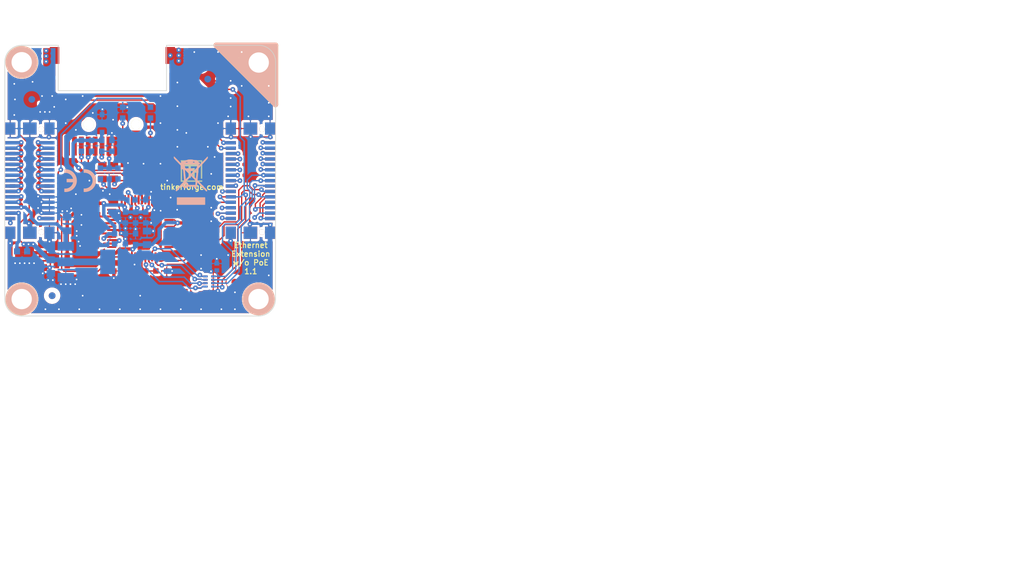
<source format=kicad_pcb>
(kicad_pcb (version 20221018) (generator pcbnew)
  (title_block (title "Ethernet Extension without PoE") (date "Di 23 Jun 2015") (rev "1.0") (company "Tinkerforge GmbH") (comment 1 "Licensed under CERN OHL v.1.1") (comment 2 "Copyright (©) 2015, B.Nordmeyer <bastian@tinkerforge.com>"))
  (layers (0 "F.Cu" signal "Vorderseite") (31 "B.Cu" signal "Rückseite") (34 "B.Paste" user) (35 "F.Paste" user) (36 "B.SilkS" user "B.Silkscreen") (37 "F.SilkS" user "F.Silkscreen") (38 "B.Mask" user) (39 "F.Mask" user) (44 "Edge.Cuts" user))
  (net 0 "")
  (net 1 "+3.3VP")
  (net 2 "3V3")
  (net 3 "GND")
  (net 4 "INT")
  (net 5 "MISO")
  (net 6 "MOSI")
  (net 7 "RXIN")
  (net 8 "RXIP")
  (net 9 "SCK")
  (net 10 "SCL")
  (net 11 "SDA")
  (net 12 "SELECT")
  (net 13 "TXON")
  (net 14 "TXOP")
  (net 15 "VCC")
  (net 16 "nRESET")
  (net 17 "yellowLED")
  (net 18 "Net-(C16-Pad2)")
  (net 19 "Net-(C18-Pad2)")
  (net 20 "Net-(J1-Pad23)")
  (net 21 "Net-(J1-Pad21)")
  (net 22 "Net-(J1-Pad19)")
  (net 23 "Net-(J1-Pad11)")
  (net 24 "Net-(J1-Pad9)")
  (net 25 "Net-(J1-Pad7)")
  (net 26 "Net-(J1-Pad5)")
  (net 27 "Net-(J1-Pad3)")
  (net 28 "Net-(J1-Pad1)")
  (net 29 "Net-(J1-Pad6)")
  (net 30 "Net-(J1-Pad8)")
  (net 31 "Net-(J1-Pad10)")
  (net 32 "Net-(J1-Pad12)")
  (net 33 "Net-(J1-Pad14)")
  (net 34 "Net-(J1-Pad16)")
  (net 35 "Net-(J1-Pad18)")
  (net 36 "Net-(J1-Pad20)")
  (net 37 "Net-(J1-Pad22)")
  (net 38 "Net-(J1-Pad24)")
  (net 39 "Net-(J1-Pad26)")
  (net 40 "Net-(J1-Pad28)")
  (net 41 "Net-(J1-Pad30)")
  (net 42 "Net-(J3-Pad29)")
  (net 43 "Net-(J3-Pad1)")
  (net 44 "Net-(J3-Pad10)")
  (net 45 "Net-(J3-Pad30)")
  (net 46 "Net-(P1-Pad7)")
  (net 47 "Net-(P1-Pad13)")
  (net 48 "Net-(R3-Pad2)")
  (net 49 "Net-(R5-Pad2)")
  (net 50 "Net-(C2-Pad2)")
  (net 51 "Net-(C9-Pad2)")
  (net 52 "Net-(C12-Pad2)")
  (net 53 "Net-(C15-Pad2)")
  (net 54 "Net-(C17-Pad2)")
  (net 55 "Net-(C19-Pad2)")
  (net 56 "Net-(J1-Pad29)")
  (net 57 "Net-(J1-Pad27)")
  (net 58 "Net-(J1-Pad25)")
  (net 59 "Net-(J2-Pad23)")
  (net 60 "Net-(P1-Pad12)")
  (net 61 "Net-(P1-Pad9)")
  (net 62 "Net-(P1-Pad10)")
  (net 63 "Net-(P1-Pad11)")
  (net 64 "Net-(U1-Pad7)")
  (net 65 "Net-(U1-Pad12)")
  (net 66 "Net-(U1-Pad13)")
  (net 67 "Net-(U1-Pad18)")
  (net 68 "Net-(U1-Pad24)")
  (net 69 "Net-(U1-Pad26)")
  (net 70 "Net-(U1-Pad27)")
  (net 71 "Net-(U1-Pad46)")
  (net 72 "Net-(U1-Pad47)")
  (net 73 "Net-(U2-Pad7)")
  (net 74 "Net-(C18-Pad1)")
  (net 75 "Net-(C19-Pad1)")
  (net 76 "Net-(P1-Pad1)")
  (net 77 "Net-(P1-Pad2)")
  (net 78 "Net-(R1-Pad1)")
  (net 79 "Net-(R106-Pad2)")
  (net 80 "Net-(RP102-Pad5)")
  (net 81 "Net-(RP102-Pad6)")
  (net 82 "Net-(RP102-Pad7)")
  (net 83 "Net-(RP102-Pad8)")
  (net 84 "Net-(U1-Pad38)")
  (net 85 "Net-(U1-Pad39)")
  (net 86 "Net-(U1-Pad40)")
  (net 87 "Net-(U1-Pad41)")
  (net 88 "Net-(U1-Pad42)")
  (net 89 "SHD")
  (net 90 "S5V")
  (net 91 "S3V3")
  (footprint "kicad-libraries:Logo_31x31" (layer "F.Cu") (at 157.08 105.95)
    (fp_text reference "G***" hide)
    (fp_text value "Logo_31x31" hide)
  )
  (footprint "tinkerforge:Fiducial_Mark" (layer "F.Cu") (at 138.07 125.95)
    (fp_text reference "Fiducial_Mark" hide)
    (fp_text value "VAL**" hide)
  )
  (footprint "tinkerforge:Fiducial_Mark" (layer "F.Cu") (at 165.07 123.95)
    (fp_text reference "Fiducial_Mark" hide)
    (fp_text value "VAL**" hide)
  )
  (footprint "tinkerforge:Fiducial_Mark" (layer "F.Cu") (at 160.07 91.95)
    (fp_text reference "Fiducial_Mark" hide)
    (fp_text value "VAL**" hide)
  )
  (footprint "kicad-libraries:0805P" (layer "F.Cu") (at 136.7 120.8 -90)
    (fp_text reference "C13")
    (fp_text value "10µF/16V-TT")
  )
  (footprint "kicad-libraries:3528-21" (layer "F.Cu") (at 134 120.9 -90)
    (fp_text reference "C14")
    (fp_text value "100µF")
  )
  (footprint "kicad-libraries:BTB08-ACS-TOP" (layer "F.Cu") (at 167.37584 108.95076 90)
    (fp_text reference "J1")
    (fp_text value "STACK-UP-HIGH")
  )
  (footprint "kicad-libraries:BTB08-ACS-TOP" (layer "F.Cu") (at 134.7724 108.95076 90)
    (fp_text reference "J3")
    (fp_text value "STACK-UP-HIGH")
  )
  (footprint "kicad-libraries:RJPSL-001TA1" (layer "F.Cu") (at 146.975 96.45)
    (fp_text reference "P1")
    (fp_text value "RJPSL-001TA1")
  )
  (footprint "kicad-libraries:LQFP48" (layer "F.Cu") (at 151.1 116 180)
    (fp_text reference "U1")
    (fp_text value "W5500")
  )
  (footprint "kicad-libraries:SOIC8" (layer "F.Cu") (at 160.6 96.1 90)
    (fp_text reference "U2")
    (fp_text value "M24C64")
  )
  (footprint "kicad-libraries:DRILL_NP" (layer "F.Cu") (at 133.57352 91.45016 90)
    (fp_text reference "U5" hide)
    (fp_text value "DRILL" hide)
  )
  (footprint "kicad-libraries:DRILL_NP" (layer "F.Cu") (at 133.57352 126.45136)
    (fp_text reference "U6" hide)
    (fp_text value "DRILL" hide)
  )
  (footprint "kicad-libraries:HC49_US" (layer "F.Cu") (at 151.1 125.7 180)
    (fp_text reference "X1")
    (fp_text value "25Mhz")
  )
  (footprint "kicad-libraries:C0603" (layer "F.Cu") (at 144 114)
    (fp_text reference "C8")
    (fp_text value "100nF")
  )
  (footprint "kicad-libraries:C0805" (layer "F.Cu") (at 143.6 117.1)
    (fp_text reference "C9")
    (fp_text value "4.7uF")
  )
  (footprint "kicad-libraries:C0603" (layer "F.Cu") (at 144 115.5)
    (fp_text reference "C10")
    (fp_text value "100nF")
  )
  (footprint "kicad-libraries:C0603" (layer "F.Cu") (at 154.2 122.3 180)
    (fp_text reference "C12")
    (fp_text value "10pF")
  )
  (footprint "kicad-libraries:C0603" (layer "F.Cu") (at 148 122.3)
    (fp_text reference "C15")
    (fp_text value "10pF")
  )
  (footprint "kicad-libraries:C0805" (layer "F.Cu") (at 145.5 107.7 90)
    (fp_text reference "C18")
    (fp_text value "6.8nF")
  )
  (footprint "kicad-libraries:C0805" (layer "F.Cu") (at 147.2 107.7 90)
    (fp_text reference "C19")
    (fp_text value "6.8nF")
  )
  (footprint "kicad-libraries:C0603" (layer "F.Cu") (at 157.9 100.3 90)
    (fp_text reference "C20")
    (fp_text value "100nF")
  )
  (footprint "kicad-libraries:C1206" (layer "F.Cu") (at 137 96.5 -90)
    (fp_text reference "C21")
    (fp_text value "1nF/2kV")
  )
  (footprint "kicad-libraries:C0603" (layer "F.Cu") (at 139.5 121.5 180)
    (fp_text reference "L1")
    (fp_text value "FB")
  )
  (footprint "kicad-libraries:C0603" (layer "F.Cu") (at 139.5 120 180)
    (fp_text reference "L2")
    (fp_text value "FB")
  )
  (footprint "kicad-libraries:R0603" (layer "F.Cu") (at 158.68 116.25 180)
    (fp_text reference "R1")
    (fp_text value "10k")
  )
  (footprint "kicad-libraries:R0603" (layer "F.Cu") (at 143.8 118.6)
    (fp_text reference "R3")
    (fp_text value "10k")
  )
  (footprint "kicad-libraries:R0603" (layer "F.Cu") (at 151.1 122.3 180)
    (fp_text reference "R6")
    (fp_text value "1M")
  )
  (footprint "kicad-libraries:R0402F" (layer "F.Cu") (at 152.5 108.5 -45)
    (fp_text reference "R101")
    (fp_text value "33")
  )
  (footprint "kicad-libraries:R0402F" (layer "F.Cu") (at 153.25 107.75 -45)
    (fp_text reference "R102")
    (fp_text value "33")
  )
  (footprint "kicad-libraries:R0402F" (layer "F.Cu") (at 150.9 110.05 -45)
    (fp_text reference "R103")
    (fp_text value "33")
  )
  (footprint "kicad-libraries:R0402F" (layer "F.Cu") (at 151.646447 109.296447 -45)
    (fp_text reference "R104")
    (fp_text value "33")
  )
  (footprint "kicad-libraries:R0603" (layer "F.Cu") (at 161.58 117.65 180)
    (fp_text reference "R106")
    (fp_text value "DNP")
  )
  (footprint "kicad-libraries:4X0402" (layer "F.Cu") (at 161.3 123.85 90)
    (fp_text reference "RP103")
    (fp_text value "DNP")
  )
  (footprint "kicad-libraries:R0603" (layer "F.Cu") (at 161.58 116.25 180)
    (fp_text reference "R105")
    (fp_text value "1k")
  )
  (footprint "kicad-libraries:R0603" (layer "F.Cu") (at 158.68 117.65 180)
    (fp_text reference "R2")
    (fp_text value "DNP")
  )
  (footprint "kicad-libraries:R0603" (layer "F.Cu") (at 160.4 111.9)
    (fp_text reference "R14")
    (fp_text value "1k")
  )
  (footprint "kicad-libraries:0805P" (layer "F.Cu") (at 144.48 111.35 90)
    (fp_text reference "C4")
    (fp_text value "10µF/16V-TT")
  )
  (footprint "kicad-libraries:WEEE_7mm" (layer "B.Cu") (at 158.58 108.95 180)
    (fp_text reference "VAL" hide)
    (fp_text value "WEEE_7mm" hide)
  )
  (footprint "kicad-libraries:CE_5mm" (layer "B.Cu") (at 142.18 108.95 180)
    (fp_text reference "VAL" hide)
    (fp_text value "CE_5mm" hide)
  )
  (footprint "tinkerforge:Fiducial_Mark" (layer "B.Cu") (at 138.07 125.95)
    (fp_text reference "Fiducial_Mark" hide)
    (fp_text value "VAL**" hide)
  )
  (footprint "tinkerforge:Fiducial_Mark" (layer "B.Cu") (at 135.07 96.95)
    (fp_text reference "Fiducial_Mark" hide)
    (fp_text value "VAL**" hide)
  )
  (footprint "tinkerforge:Fiducial_Mark" (layer "B.Cu") (at 161.07 93.95)
    (fp_text reference "Fiducial_Mark" hide)
    (fp_text value "VAL**" hide)
  )
  (footprint "kicad-libraries:0805P" (layer "B.Cu") (at 152.1 117.4 90)
    (fp_text reference "C1")
    (fp_text value "10µF/16V-TT")
  )
  (footprint "kicad-libraries:BTB08-ACS-BTM" (layer "B.Cu") (at 167.3733 108.95076 -90)
    (fp_text reference "J2")
    (fp_text value "STACK-DOWN")
  )
  (footprint "kicad-libraries:BTB08-ACS-BTM" (layer "B.Cu") (at 134.77748 108.95076 -90)
    (fp_text reference "J4")
    (fp_text value "STACK-DOWN")
  )
  (footprint "kicad-libraries:DRILL_NP" (layer "B.Cu") (at 168.6 91.5)
    (fp_text reference "U3" hide)
    (fp_text value "DRILL" hide)
  )
  (footprint "kicad-libraries:DRILL_NP" (layer "B.Cu") (at 168.57 126.45 90)
    (fp_text reference "U4" hide)
    (fp_text value "DRILL" hide)
  )
  (footprint "kicad-libraries:C0603" (layer "B.Cu") (at 148.1 118.3 180)
    (fp_text reference "C2")
    (fp_text value "10nF")
  )
  (footprint "kicad-libraries:C0603" (layer "B.Cu") (at 150.4 117.6 -90)
    (fp_text reference "C3")
    (fp_text value "100nF")
  )
  (footprint "kicad-libraries:C0603" (layer "B.Cu") (at 151.9 114.4 90)
    (fp_text reference "C5")
    (fp_text value "100nF")
  )
  (footprint "kicad-libraries:C0603" (layer "B.Cu") (at 150.4 114.4 90)
    (fp_text reference "C6")
    (fp_text value "100nF")
  )
  (footprint "kicad-libraries:C0603" (layer "B.Cu") (at 148.9 114.4 90)
    (fp_text reference "C7")
    (fp_text value "100nF")
  )
  (footprint "kicad-libraries:C0603" (layer "B.Cu") (at 148.1 116.8 180)
    (fp_text reference "C11")
    (fp_text value "100nF")
  )
  (footprint "kicad-libraries:C0603" (layer "B.Cu") (at 146.9 103.8 -90)
    (fp_text reference "C16")
    (fp_text value "22nF")
  )
  (footprint "kicad-libraries:C0603" (layer "B.Cu") (at 146.5 107.9 90)
    (fp_text reference "C17")
    (fp_text value "10nF")
  )
  (footprint "kicad-libraries:R0603" (layer "B.Cu") (at 151.1 111.8 180)
    (fp_text reference "R5")
    (fp_text value "12.4k 1%")
  )
  (footprint "kicad-libraries:R0603" (layer "B.Cu") (at 142.4 103.8 -90)
    (fp_text reference "R7")
    (fp_text value "49.9")
  )
  (footprint "kicad-libraries:R0603" (layer "B.Cu") (at 143.9 103.8 -90)
    (fp_text reference "R8")
    (fp_text value "49.9")
  )
  (footprint "kicad-libraries:R0603" (layer "B.Cu") (at 145.4 103.8 -90)
    (fp_text reference "R9")
    (fp_text value "10")
  )
  (footprint "kicad-libraries:R0603" (layer "B.Cu") (at 145.2 107.9 90)
    (fp_text reference "R10")
    (fp_text value "49.9")
  )
  (footprint "kicad-libraries:R0603" (layer "B.Cu") (at 147.8 107.9 -90)
    (fp_text reference "R11")
    (fp_text value "49.9")
  )
  (footprint "kicad-libraries:R0603" (layer "B.Cu") (at 148.5 98.9 -90)
    (fp_text reference "R12")
    (fp_text value "470")
  )
  (footprint "kicad-libraries:R0603" (layer "B.Cu") (at 152.6 98.9 -90)
    (fp_text reference "R13")
    (fp_text value "470")
  )
  (footprint "kicad-libraries:C0402F" (layer "B.Cu") (at 162.4 121.7 -90)
    (fp_text reference "C101")
    (fp_text value "10pF")
  )
  (footprint "kicad-libraries:SOD-323" (layer "B.Cu") (at 145.45 100.5 90)
    (fp_text reference "D101")
    (fp_text value "‎PESD3V3L1BA")
  )
  (footprint "kicad-libraries:4X0402" (layer "B.Cu") (at 161.3 123.85 -90)
    (fp_text reference "RP102")
    (fp_text value "82")
  )
  (footprint "kicad-libraries:C0805" (layer "B.Cu") (at 137.88 121.65 90)
    (fp_text reference "C103")
    (fp_text value "4.7uF")
  )
  (footprint "kicad-libraries:R0603F" (layer "B.Cu") (at 133.63 119.4)
    (fp_text reference "L101")
    (fp_text value "TBD")
  )
  (footprint "kicad-libraries:SOT-223" (layer "B.Cu") (at 143.18 120.95 90)
    (fp_text reference "U101")
    (fp_text value "AZ1117-3V3")
  )
  (footprint "kicad-libraries:C0805" (layer "B.Cu") (at 140.28 115.35 -90)
    (fp_text reference "C102")
    (fp_text value "4.7uF")
  )
  (gr_line (start 164.67582 90.40114) (end 169.37482 95.10014) (stroke (width 0.8001)) (layer "B.SilkS"))
  (gr_line (start 168.22166 92.30106) (end 168.3258 92.30106) (stroke (width 0.8001)) (layer "B.SilkS"))
  (gr_line (start 169.37482 95.10014) (end 169.37482 91.10218) (stroke (width 0.8001)) (layer "B.SilkS"))
  (gr_line (start 162.32378 88.9508) (end 171.07408 97.7011) (stroke (width 0.8001)) (layer "B.SilkS"))
  (gr_line (start 168.22166 92.9005) (end 168.22166 92.30106) (stroke (width 0.8001)) (layer "B.SilkS"))
  (gr_line (start 171.07408 88.9508) (end 162.32378 88.9508) (stroke (width 0.8001)) (layer "B.SilkS"))
  (gr_line (start 168.8719 91.75242) (end 167.07358 91.75242) (stroke (width 0.8001)) (layer "B.SilkS"))
  (gr_line (start 165.97376 91.10218) (end 168.8719 94.00032) (stroke (width 0.8001)) (layer "B.SilkS"))
  (gr_line (start 169.926 96.1517) (end 169.926 90.40114) (stroke (width 0.8001)) (layer "B.SilkS"))
  (gr_line (start 170.5737 96.50222) (end 170.5737 89.7001) (stroke (width 0.8001)) (layer "B.SilkS"))
  (gr_line (start 171.07408 97.7011) (end 171.07408 88.9508) (stroke (width 0.8001)) (layer "B.SilkS"))
  (gr_line (start 168.8719 94.00032) (end 168.8719 91.75242) (stroke (width 0.8001)) (layer "B.SilkS"))
  (gr_line (start 163.4744 89.7001) (end 169.926 96.1517) (stroke (width 0.8001)) (layer "B.SilkS"))
  (gr_line (start 167.07358 91.75242) (end 168.22166 92.9005) (stroke (width 0.8001)) (layer "B.SilkS"))
  (gr_line (start 169.37482 91.10218) (end 165.97376 91.10218) (stroke (width 0.8001)) (layer "B.SilkS"))
  (gr_line (start 170.5737 89.7001) (end 163.4744 89.7001) (stroke (width 0.8001)) (layer "B.SilkS"))
  (gr_line (start 169.926 90.40114) (end 164.67582 90.40114) (stroke (width 0.8001)) (layer "B.SilkS"))
  (gr_line (start 167.80002 91.20124) (end 168.45026 91.20124) (stroke (width 0.8001)) (layer "F.SilkS"))
  (gr_line (start 168.95064 90.6272) (end 168.95064 92.35186) (stroke (width 0.8001)) (layer "F.SilkS"))
  (gr_line (start 164.3253 89.67724) (end 170.20032 89.67724) (stroke (width 0.8001)) (layer "F.SilkS"))
  (gr_line (start 169.55008 90.15222) (end 169.55008 93.62694) (stroke (width 0.8001)) (layer "F.SilkS"))
  (gr_line (start 170.20032 89.67724) (end 170.20032 94.90202) (stroke (width 0.8001)) (layer "F.SilkS"))
  (gr_line (start 168.95064 92.35186) (end 167.80002 91.20124) (stroke (width 0.8001)) (layer "F.SilkS"))
  (gr_line (start 162.32378 88.9508) (end 171.07408 88.9508) (stroke (width 0.8001)) (layer "F.SilkS"))
  (gr_line (start 166.55034 90.6272) (end 168.95064 90.6272) (stroke (width 0.8001)) (layer "F.SilkS"))
  (gr_line (start 170.74896 96.72574) (end 163.17468 89.15146) (stroke (width 0.8001)) (layer "F.SilkS"))
  (gr_line (start 165.45052 90.15222) (end 169.55008 90.15222) (stroke (width 0.8001)) (layer "F.SilkS"))
  (gr_line (start 171.07408 97.7011) (end 162.32378 88.9508) (stroke (width 0.8001)) (layer "F.SilkS"))
  (gr_line (start 170.74896 89.15146) (end 170.74896 96.1009) (stroke (width 0.8001)) (layer "F.SilkS"))
  (gr_line (start 170.74896 96.1009) (end 164.3253 89.67724) (stroke (width 0.8001)) (layer "F.SilkS"))
  (gr_line (start 171.07408 88.9508) (end 171.07408 97.7011) (stroke (width 0.8001)) (layer "F.SilkS"))
  (gr_line (start 170.20032 94.90202) (end 165.45052 90.15222) (stroke (width 0.8001)) (layer "F.SilkS"))
  (gr_line (start 169.55008 93.62694) (end 166.55034 90.6272) (stroke (width 0.8001)) (layer "F.SilkS"))
  (gr_line (start 168.45026 91.20124) (end 168.45026 91.15044) (stroke (width 0.8001)) (layer "F.SilkS"))
  (gr_line (start 163.17468 89.15146) (end 170.74896 89.15146) (stroke (width 0.8001)) (layer "F.SilkS"))
  (gr_line (start 133.575 128.95) (end 168.575 128.95) (stroke (width 0.09906)) (layer "Edge.Cuts"))
  (gr_arc (start 171.075 126.45) (mid 170.342767 128.217767) (end 168.575 128.95) (stroke (width 0.09906)) (layer "Edge.Cuts"))
  (gr_line (start 138.975 88.95) (end 133.575 88.95) (stroke (width 0.09906)) (layer "Edge.Cuts"))
  (gr_line (start 168.6 88.95) (end 154.975 88.95) (stroke (width 0.09906)) (layer "Edge.Cuts"))
  (gr_line (start 138.975 95.65) (end 138.975 88.95) (stroke (width 0.09906)) (layer "Edge.Cuts"))
  (gr_line (start 131.075 91.45) (end 131.075 126.45) (stroke (width 0.09906)) (layer "Edge.Cuts"))
  (gr_arc (start 131.075 91.45) (mid 131.807233 89.682233) (end 133.575 88.95) (stroke (width 0.09906)) (layer "Edge.Cuts"))
  (gr_line (start 171.075 126.45) (end 171.1 91.45) (stroke (width 0.09906)) (layer "Edge.Cuts"))
  (gr_arc (start 168.6 88.95) (mid 170.367767 89.682233) (end 171.1 91.45) (stroke (width 0.09906)) (layer "Edge.Cuts"))
  (gr_arc (start 133.575 128.95) (mid 131.807233 128.217767) (end 131.075 126.45) (stroke (width 0.09906)) (layer "Edge.Cuts"))
  (gr_line (start 154.975 88.95) (end 154.975 95.65) (stroke (width 0.09906)) (layer "Edge.Cuts"))
  (gr_line (start 138.975 95.65) (end 154.975 95.65) (stroke (width 0.09906)) (layer "Edge.Cuts"))
  (gr_text "tinkerforge.com" (at 158.72 109.9) (layer "F.SilkS") (effects (font (size 0.8 0.8))))
  (gr_text "Ethernet\nExtension\nw/o PoE\n1.1" (at 167.425 120.425) (layer "F.SilkS") (effects (font (size 0.8001 0.8001) (thickness 0.14986))))
  (segment (start 148.8521 112.8479) (end 148.8 112.9) (width 0.20066) (layer "F.Cu") (net 1))
  (segment (start 145.95032 117.24968) (end 145.7 117.5) (width 0.3048) (layer "F.Cu") (net 1))
  (segment (start 145.9493 115.2507) (end 145.7 115.5) (width 0.3048) (layer "F.Cu") (net 1))
  (segment (start 145.7 115.5) (end 144.8001 115.5) (width 0.3048) (layer "F.Cu") (net 1))
  (segment (start 145.05258 114.25248) (end 144.8001 114) (width 0.29972) (layer "F.Cu") (net 1))
  (segment (start 144.8001 112.40066) (end 144.90076 112.3) (width 0.50038) (layer "F.Cu") (net 1))
  (segment (start 145.69 112.3) (end 145.7 112.31) (width 0.50038) (layer "F.Cu") (net 1))
  (segment (start 152.3 112.9) (end 152.34968 112.85032) (width 0.29972) (layer "F.Cu") (net 1))
  (segment (start 152.34968 112.85032) (end 152.34968 111.77598) (width 0.29972) (layer "F.Cu") (net 1))
  (segment (start 150.66 112.8) (end 150.3507 112.4907) (width 0.20066) (layer "F.Cu") (net 1))
  (segment (start 150.3507 112.4907) (end 150.3507 111.77598) (width 0.20066) (layer "F.Cu") (net 1))
  (segment (start 140.3001 120) (end 140.3001 114.7299) (width 0.50038) (layer "F.Cu") (net 1))
  (segment (start 144.90076 112.3) (end 145.69 112.3) (width 0.50038) (layer "F.Cu") (net 1))
  (segment (start 144.28 112.55) (end 144.649671 112.180329) (width 0.50038) (layer "F.Cu") (net 1))
  (segment (start 140.3001 114.7299) (end 142.48 112.55) (width 0.50038) (layer "F.Cu") (net 1))
  (segment (start 146.87598 114.25248) (end 145.05258 114.25248) (width 0.29972) (layer "F.Cu") (net 1))
  (segment (start 148.8521 112.8479) (end 148.8521 111.77598) (width 0.20066) (layer "F.Cu") (net 1))
  (segment (start 145.95032 117.24968) (end 146.87598 117.24968) (width 0.3048) (layer "F.Cu") (net 1))
  (segment (start 144.8001 114) (end 144.8001 112.40066) (width 0.50038) (layer "F.Cu") (net 1))
  (segment (start 141.98 107.05) (end 142.58 107.65) (width 0.50038) (layer "F.Cu") (net 1))
  (segment (start 143.88 111.35) (end 144.48 111.95) (width 0.50038) (layer "F.Cu") (net 1))
  (segment (start 144.48 111.95) (end 144.48 112.35076) (width 0.50038) (layer "F.Cu") (net 1))
  (segment (start 146.87598 115.2507) (end 145.9493 115.2507) (width 0.3048) (layer "F.Cu") (net 1))
  (segment (start 142.58 110.45) (end 143.48 111.35) (width 0.50038) (layer "F.Cu") (net 1))
  (segment (start 143.48 111.35) (end 143.88 111.35) (width 0.50038) (layer "F.Cu") (net 1))
  (segment (start 142.48 112.55) (end 144.28 112.55) (width 0.50038) (layer "F.Cu") (net 1))
  (segment (start 150.66 113.02) (end 150.66 112.8) (width 0.20066) (layer "F.Cu") (net 1))
  (segment (start 144.8001 115.5) (end 144.8001 114) (width 0.50038) (layer "F.Cu") (net 1))
  (segment (start 142.58 107.65) (end 142.58 110.45) (width 0.50038) (layer "F.Cu") (net 1))
  (via (at 148.8 112.9) (size 0.70104) (drill 0.24892) (layers "F.Cu" "B.Cu") (net 1))
  (via (at 145.7 112.31) (size 0.70104) (drill 0.24892) (layers "F.Cu" "B.Cu") (net 1))
  (via (at 145.7 117.5) (size 0.70104) (drill 0.24892) (layers "F.Cu" "B.Cu") (net 1))
  (via (at 152.3 112.9) (size 0.70104) (drill 0.24892) (layers "F.Cu" "B.Cu") (net 1))
  (via (at 141.98 107.05) (size 0.70104) (drill 0.24892) (layers "F.Cu" "B.Cu") (net 1))
  (via (at 150.66 113.02) (size 0.70104) (drill 0.24892) (layers "F.Cu" "B.Cu") (net 1))
  (segment (start 146.4 116.8) (end 145.7 117.5) (width 0.50038) (layer "B.Cu") (net 1))
  (segment (start 145.7 112.31) (end 145.94 112.55) (width 0.50038) (layer "B.Cu") (net 1))
  (segment (start 145.94 112.55) (end 148.45 112.55) (width 0.50038) (layer "B.Cu") (net 1))
  (segment (start 148.45 112.55) (end 148.8 112.9) (width 0.50038) (layer "B.Cu") (net 1))
  (segment (start 147.2999 115.6699) (end 145.7 114.07) (width 0.50038) (layer "B.Cu") (net 1))
  (segment (start 145.7 114.07) (end 145.7 112.31) (width 0.50038) (layer "B.Cu") (net 1))
  (segment (start 151.9 113.3) (end 152.3 112.9) (width 0.29972) (layer "B.Cu") (net 1))
  (segment (start 150.66 113.02) (end 150.4 113.28) (width 0.20066) (layer "B.Cu") (net 1))
  (segment (start 150.4 113.28) (end 150.4 113.5999) (width 0.20066) (layer "B.Cu") (net 1))
  (segment (start 148.8 113.4999) (end 148.9 113.5999) (width 0.50038) (layer "B.Cu") (net 1))
  (segment (start 147.2999 116.8) (end 147.2999 115.6699) (width 0.50038) (layer "B.Cu") (net 1))
  (segment (start 145.4 102.9999) (end 145.4 101.85) (width 0.50038) (layer "B.Cu") (net 1))
  (segment (start 150.4 113.5999) (end 151.9 113.5999) (width 0.50038) (layer "B.Cu") (net 1))
  (segment (start 143.9 102.9999) (end 145.4 102.9999) (width 0.50038) (layer "B.Cu") (net 1))
  (segment (start 148.8 112.9) (end 148.8 113.4999) (width 0.50038) (layer "B.Cu") (net 1))
  (segment (start 142.4 102.9999) (end 143.9 102.9999) (width 0.50038) (layer "B.Cu") (net 1))
  (segment (start 141.18 103.45) (end 141.18 106.25) (width 0.50038) (layer "B.Cu") (net 1))
  (segment (start 148.9 113.5999) (end 150.4 113.5999) (width 0.50038) (layer "B.Cu") (net 1))
  (segment (start 151.9 113.5999) (end 151.9 113.3) (width 0.29972) (layer "B.Cu") (net 1))
  (segment (start 141.18 106.25) (end 141.98 107.05) (width 0.50038) (layer "B.Cu") (net 1))
  (segment (start 141.6301 102.9999) (end 141.18 103.45) (width 0.50038) (layer "B.Cu") (net 1))
  (segment (start 147.2999 116.8) (end 146.4 116.8) (width 0.50038) (layer "B.Cu") (net 1))
  (segment (start 142.4 102.9999) (end 141.6301 102.9999) (width 0.50038) (layer "B.Cu") (net 1))
  (segment (start 149.85032 119.20968) (end 149.97 119.09) (width 0.20066) (layer "F.Cu") (net 2))
  (segment (start 144.55 121.5) (end 146.4 119.65) (width 0.3048) (layer "F.Cu") (net 2))
  (segment (start 146.4 119.65) (end 147.5 119.65) (width 0.3048) (layer "F.Cu") (net 2))
  (segment (start 147.5 119.65) (end 148.06 119.09) (width 0.3048) (layer "F.Cu") (net 2))
  (segment (start 148.06 119.09) (end 149.97 119.09) (width 0.3048) (layer "F.Cu") (net 2))
  (segment (start 159.9 111.9) (end 159.5999 111.9) (width 0.20066) (layer "F.Cu") (net 2))
  (segment (start 156.5493 115.2507) (end 156.6 115.2) (width 0.20066) (layer "F.Cu") (net 2))
  (segment (start 156.15032 114.75032) (end 156.6 115.2) (width 0.20066) (layer "F.Cu") (net 2))
  (segment (start 156.04892 115.75108) (end 156.6 115.2) (width 0.20066) (layer "F.Cu") (net 2))
  (segment (start 159.5999 113.6001) (end 158 115.2) (width 0.20066) (layer "F.Cu") (net 2))
  (segment (start 158 115.2) (end 156.6 115.2) (width 0.20066) (layer "F.Cu") (net 2))
  (segment (start 158 115.2) (end 158 116.13) (width 0.20066) (layer "F.Cu") (net 2))
  (segment (start 144.53 121.5) (end 146.38 119.65) (width 0.50038) (layer "F.Cu") (net 2))
  (segment (start 152.08 101.05) (end 152.98 101.05) (width 0.50038) (layer "F.Cu") (net 2))
  (segment (start 155.32402 114.75032) (end 156.15032 114.75032) (width 0.20066) (layer "F.Cu") (net 2))
  (segment (start 158 115.2) (end 159.6 113.6) (width 0.3048) (layer "F.Cu") (net 2))
  (segment (start 155.32402 115.75108) (end 156.04892 115.75108) (width 0.20066) (layer "F.Cu") (net 2))
  (segment (start 153.58 101.65) (end 153.58 102.95) (width 0.50038) (layer "F.Cu") (net 2))
  (segment (start 159.5999 111.9) (end 159.5999 113.6001) (width 0.20066) (layer "F.Cu") (net 2))
  (segment (start 157.8799 116.1501) (end 157.88 116.15) (width 0.20066) (layer "F.Cu") (net 2))
  (segment (start 159.58 113.65) (end 159.58 111.85) (width 0.50038) (layer "F.Cu") (net 2))
  (segment (start 158 116.13) (end 157.88 116.25) (width 0.20066) (layer "F.Cu") (net 2))
  (segment (start 147.48 119.65) (end 148.08 119.05) (width 0.50038) (layer "F.Cu") (net 2))
  (segment (start 157.8799 117.65) (end 157.8799 116.1501) (width 0.20066) (layer "F.Cu") (net 2))
  (segment (start 154.88 107.15) (end 154.88 102.55) (width 0.50038) (layer "F.Cu") (net 2))
  (segment (start 149.52516 102.10484) (end 149.828789 101.801211) (width 0.50038) (layer "F.Cu") (net 2))
  (segment (start 153.98 101.65) (end 153.58 101.65) (width 0.50038) (layer "F.Cu") (net 2))
  (segment (start 159.6 113.6) (end 159.6 111.9) (width 0.3048) (layer "F.Cu") (net 2))
  (segment (start 149.85032 120.22402) (end 149.85032 119.20968) (width 0.20066) (layer "F.Cu") (net 2))
  (segment (start 146.38 119.65) (end 147.48 119.65) (width 0.50038) (layer "F.Cu") (net 2))
  (segment (start 152.98 101.05) (end 153.58 101.65) (width 0.50038) (layer "F.Cu") (net 2))
  (segment (start 140.3001 121.5) (end 144.53 121.5) (width 0.50038) (layer "F.Cu") (net 2))
  (segment (start 140.3001 121.5) (end 144.55 121.5) (width 0.3048) (layer "F.Cu") (net 2))
  (segment (start 151.328789 101.801211) (end 152.08 101.05) (width 0.50038) (layer "F.Cu") (net 2))
  (segment (start 149.828789 101.801211) (end 151.328789 101.801211) (width 0.50038) (layer "F.Cu") (net 2))
  (segment (start 148.08 119.05) (end 149.88 119.05) (width 0.50038) (layer "F.Cu") (net 2))
  (segment (start 158.03 115.2) (end 159.58 113.65) (width 0.50038) (layer "F.Cu") (net 2))
  (segment (start 156.6 115.2) (end 158.03 115.2) (width 0.50038) (layer "F.Cu") (net 2))
  (segment (start 158 115.2) (end 156.65 115.2) (width 0.29972) (layer "F.Cu") (net 2))
  (segment (start 149.52516 103.84902) (end 149.52516 102.10484) (width 0.50038) (layer "F.Cu") (net 2))
  (segment (start 159.58 111.85) (end 154.88 107.15) (width 0.50038) (layer "F.Cu") (net 2))
  (segment (start 154.88 102.55) (end 153.98 101.65) (width 0.50038) (layer "F.Cu") (net 2))
  (segment (start 149.88 119.05) (end 149.98 119.15) (width 0.50038) (layer "F.Cu") (net 2))
  (segment (start 156.5493 115.2507) (end 155.32402 115.2507) (width 0.20066) (layer "F.Cu") (net 2))
  (via (at 149.97 119.09) (size 0.70104) (drill 0.24892) (layers "F.Cu" "B.Cu") (net 2))
  (via (at 156.6 115.2) (size 0.70104) (drill 0.24892) (layers "F.Cu" "B.Cu") (net 2))
  (segment (start 149.97 119.09) (end 150.4 118.66) (width 0.20066) (layer "B.Cu") (net 2))
  (segment (start 150.4 118.66) (end 150.4 118.4001) (width 0.20066) (layer "B.Cu") (net 2))
  (segment (start 150.40066 118.40076) (end 150.4 118.4001) (width 0.50038) (layer "B.Cu") (net 2))
  (segment (start 152.56924 118.40076) (end 152.1 118.40076) (width 0.20066) (layer "B.Cu") (net 2))
  (segment (start 154.725 115.2) (end 153.825 116.1) (width 0.29972) (layer "B.Cu") (net 2))
  (segment (start 153.825 116.1) (end 153.825 117.55) (width 0.29972) (layer "B.Cu") (net 2))
  (segment (start 153.825 117.55) (end 152.97424 118.40076) (width 0.29972) (layer "B.Cu") (net 2))
  (segment (start 152.97424 118.40076) (end 152.1 118.40076) (width 0.29972) (layer "B.Cu") (net 2))
  (segment (start 152.1 118.40076) (end 150.40066 118.40076) (width 0.50038) (layer "B.Cu") (net 2))
  (segment (start 154.88 115.15) (end 156.58 115.15) (width 0.50038) (layer "B.Cu") (net 2))
  (segment (start 152.82924 118.40076) (end 153.88 117.35) (width 0.50038) (layer "B.Cu") (net 2))
  (segment (start 156.6 115.2) (end 154.725 115.2) (width 0.29972) (layer "B.Cu") (net 2))
  (segment (start 150.4 118.73) (end 149.98 119.15) (width 0.50038) (layer "B.Cu") (net 2))
  (segment (start 150.4 118.4001) (end 150.4 118.73) (width 0.50038) (layer "B.Cu") (net 2))
  (segment (start 152.1 118.40076) (end 152.82924 118.40076) (width 0.50038) (layer "B.Cu") (net 2))
  (segment (start 153.88 117.35) (end 153.88 116.15) (width 0.50038) (layer "B.Cu") (net 2))
  (segment (start 153.88 116.15) (end 154.88 115.15) (width 0.50038) (layer "B.Cu") (net 2))
  (segment (start 147.84892 116.24892) (end 148.3 116.7) (width 0.3048) (layer "F.Cu") (net 3))
  (segment (start 147.95032 114.75032) (end 148.1 114.9) (width 0.29972) (layer "F.Cu") (net 3))
  (segment (start 147.9179 113.7521) (end 147.92 113.75) (width 0.29972) (layer "F.Cu") (net 3))
  (segment (start 152.84752 110.74752) (end 152.7 110.6) (width 0.29972) (layer "F.Cu") (net 3))
  (segment (start 164.45 117.85) (end 164.47516 117.82484) (width 0.20066) (layer "F.Cu") (net 3))
  (segment (start 164.47516 117.82484) (end 164.47516 116.6495) (width 0.20066) (layer "F.Cu") (net 3))
  (segment (start 167.37584 115.47584) (end 167.3 115.4) (width 0.20066) (layer "F.Cu") (net 3))
  (segment (start 170.3 115.5) (end 170.27652 115.52348) (width 0.20066) (layer "F.Cu") (net 3))
  (segment (start 170.27652 115.52348) (end 170.27652 116.6495) (width 0.20066) (layer "F.Cu") (net 3))
  (segment (start 164.47516 102.47516) (end 164.5 102.5) (width 0.20066) (layer "F.Cu") (net 3))
  (segment (start 167.4 102.5) (end 167.37584 102.47584) (width 0.20066) (layer "F.Cu") (net 3))
  (segment (start 167.37584 102.47584) (end 167.37584 101.25202) (width 0.20066) (layer "F.Cu") (net 3))
  (segment (start 170.27652 102.47652) (end 170.3 102.5) (width 0.20066) (layer "F.Cu") (net 3))
  (segment (start 137.67308 102.42692) (end 137.6 102.5) (width 0.20066) (layer "F.Cu") (net 3))
  (segment (start 137 98.8) (end 137 98.00114) (width 0.20066) (layer "F.Cu") (net 3))
  (segment (start 136.54882 113.74882) (end 136.5 113.7) (width 0.50038) (layer "F.Cu") (net 3))
  (segment (start 136.05128 112.94872) (end 136 113) (width 0.50038) (layer "F.Cu") (net 3))
  (segment (start 136.5 112.1) (end 136.54862 112.14862) (width 0.50038) (layer "F.Cu") (net 3))
  (segment (start 136.54862 112.14862) (end 137.67054 112.14862) (width 0.50038) (layer "F.Cu") (net 3))
  (segment (start 136.04852 111.34852) (end 136 111.3) (width 0.50038) (layer "F.Cu") (net 3))
  (segment (start 149.85032 115.55032) (end 150.4 116.1) (width 0.29972) (layer "F.Cu") (net 3))
  (segment (start 149.85032 114.425) (end 149.85032 115.55032) (width 0.29972) (layer "F.Cu") (net 3))
  (segment (start 149.7 114.425) (end 149.65 114.375) (width 0.29972) (layer "F.Cu") (net 3))
  (segment (start 151.125 114.375) (end 151.15 114.4) (width 0.29972) (layer "F.Cu") (net 3))
  (segment (start 152.84752 112.54752) (end 153.175 112.875) (width 0.29972) (layer "F.Cu") (net 3))
  (segment (start 153.175 112.875) (end 153.175 113.325) (width 0.29972) (layer "F.Cu") (net 3))
  (segment (start 142.08 127.95) (end 139.08 127.95) (width 0.70104) (layer "F.Cu") (net 3))
  (segment (start 155.0001 122.3) (end 155.8 122.3) (width 0.497) (layer "F.Cu") (net 3))
  (segment (start 163.08 127.95) (end 165.08 127.95) (width 0.70104) (layer "F.Cu") (net 3))
  (segment (start 150.3507 121.2493) (end 150.25 121.35) (width 0.29972) (layer "F.Cu") (net 3))
  (segment (start 144.48 110.34924) (end 144.48 109.85) (width 0.70104) (layer "F.Cu") (net 3))
  (segment (start 161.875 124.09892) (end 162.54892 124.09892) (width 0.20066) (layer "F.Cu") (net 3))
  (segment (start 138.38 98.05) (end 138.38 96.75) (width 0.20066) (layer "F.Cu") (net 3))
  (segment (start 155.32402 113.25172) (end 156.54828 113.25172) (width 0.29972) (layer "F.Cu") (net 3))
  (segment (start 164.47516 119.55484) (end 164.08 119.95) (width 0.20066) (layer "F.Cu") (net 3))
  (segment (start 145.47924 110.34924) (end 145.58 110.45) (width 0.70104) (layer "F.Cu") (net 3))
  (segment (start 142.08429 100.45) (end 140.08 100.45) (width 0.20066) (layer "F.Cu") (net 3))
  (segment (start 145.08 127.95) (end 148.08 127.95) (width 0.70104) (layer "F.Cu") (net 3))
  (segment (start 162.55 124.5986) (end 162.55 125.25) (width 0.20066) (layer "F.Cu") (net 3))
  (segment (start 137.67054 112.94872) (end 136.05128 112.94872) (width 0.50038) (layer "F.Cu") (net 3))
  (segment (start 151.58 106.45) (end 154.08 106.45) (width 0.20066) (layer "F.Cu") (net 3))
  (segment (start 142.9999 118.6) (end 142.2 118.6) (width 0.497) (layer "F.Cu") (net 3))
  (segment (start 137 98.00114) (end 138.33114 98.00114) (width 0.70104) (layer "F.Cu") (net 3))
  (segment (start 164.45 94.2) (end 165.33 94.2) (width 0.20066) (layer "F.Cu") (net 3))
  (segment (start 142.59924 117.1) (end 142.3 117.1) (width 0.70104) (layer "F.Cu") (net 3))
  (segment (start 142.3 117.1) (end 141.7 116.5) (width 0.70104) (layer "F.Cu") (net 3))
  (segment (start 165.08 125.456077) (end 165.08501 125.451067) (width 0.70104) (layer "F.Cu") (net 3))
  (segment (start 160.08 119.95) (end 160.08 121.95) (width 0.20066) (layer "F.Cu") (net 3))
  (segment (start 138.33114 98.00114) (end 138.38 98.05) (width 0.70104) (layer "F.Cu") (net 3))
  (segment (start 170.08 99.45) (end 167.08 99.45) (width 0.20066) (layer "F.Cu") (net 3))
  (segment (start 154.24828 113.25172) (end 154.1 113.4) (width 0.29972) (layer "F.Cu") (net 3))
  (segment (start 162.54892 124.09892) (end 162.55 124.09784) (width 0.20066) (layer "F.Cu") (net 3))
  (segment (start 146.87598 116.24892) (end 147.84892 116.24892) (width 0.3048) (layer "F.Cu") (net 3))
  (segment (start 167.37584 116.6495) (end 167.37584 115.47584) (width 0.20066) (layer "F.Cu") (net 3))
  (segment (start 142.59924 117.1) (end 141.7 117.1) (width 0.497) (layer "F.Cu") (net 3))
  (segment (start 137 98.8) (end 137.7 98.8) (width 0.20066) (layer "F.Cu") (net 3))
  (segment (start 164.47516 116.6495) (end 164.47516 119.55484) (width 0.20066) (layer "F.Cu") (net 3))
  (segment (start 149.65 114.375) (end 151.125 114.375) (width 0.29972) (layer "F.Cu") (net 3))
  (segment (start 144.08 98.95) (end 143.58429 98.95) (width 0.20066) (layer "F.Cu") (net 3))
  (segment (start 136.7 121.80076) (end 136.7 122.65) (width 0.497) (layer "F.Cu") (net 3))
  (segment (start 141.48 124.25) (end 141.48 124.85) (width 0.70104) (layer "F.Cu") (net 3))
  (segment (start 161.875 124.5993) (end 162.5493 124.5993) (width 0.20066) (layer "F.Cu") (net 3))
  (segment (start 134 121.15) (end 134.7 121.15) (width 0.70104) (layer "F.Cu") (net 3))
  (segment (start 150.3507 120.22402) (end 150.3507 121.2493) (width 0.29972) (layer "F.Cu") (net 3))
  (segment (start 137.69924 121.80076) (end 137.7 121.8) (width 0.497) (layer "F.Cu") (net 3))
  (segment (start 142.08 96.95) (end 142.58 96.45) (width 0.20066) (layer "F.Cu") (net 3))
  (segment (start 143.1999 115.5) (end 142.4 115.5) (width 0.497) (layer "F.Cu") (net 3))
  (segment (start 155.32402 113.25172) (end 154.24828 113.25172) (width 0.29972) (layer "F.Cu") (net 3))
  (segment (start 164.43246 96.73246) (end 164.45 96.75) (width 0.497) (layer "F.Cu") (net 3))
  (segment (start 162.54892 123.60108) (end 162.55 123.6) (width 0.20066) (layer "F.Cu") (net 3))
  (segment (start 132.48 97.05) (end 132.58 96.95) (width 0.20066) (layer "F.Cu") (net 3))
  (segment (start 142.59924 117.1) (end 142.4 117.1) (width 0.70104) (layer "F.Cu") (net 3))
  (segment (start 134 122.30048) (end 134 121.15) (width 0.70104) (layer "F.Cu") (net 3))
  (segment (start 162.55 123.1) (end 161.9 123.1) (width 0.20066) (layer "F.Cu") (net 3))
  (segment (start 159.08 89.95) (end 162.58 89.95) (width 0.20066) (layer "F.Cu") (net 3))
  (segment (start 151.08 127.95) (end 154.08 127.95) (width 0.70104) (layer "F.Cu") (net 3))
  (segment (start 132.48 97.05) (end 132.48 94.65) (width 0.20066) (layer "F.Cu") (net 3))
  (segment (start 165.08 127.95) (end 165.08 125.456077) (width 0.70104) (layer "F.Cu") (net 3))
  (segment (start 170.27652 101.25202) (end 170.27652 102.47652) (width 0.20066) (layer "F.Cu") (net 3))
  (segment (start 147.9179 113.7521) (end 146.87598 113.7521) (width 0.29972) (layer "F.Cu") (net 3))
  (segment (start 134 121.15) (end 133.3 121.15) (width 0.70104) (layer "F.Cu") (net 3))
  (segment (start 164.47516 101.25202) (end 164.47516 102.47516) (width 0.20066) (layer "F.Cu") (net 3))
  (segment (start 164.08 99.45) (end 163.58 99.45) (width 0.20066) (layer "F.Cu") (net 3))
  (segment (start 162.05 122.35) (end 161.549618 122.35) (width 0.20066) (layer "F.Cu") (net 3))
  (segment (start 137.67054 113.74882) (end 136.54882 113.74882) (width 0.50038) (layer "F.Cu") (net 3))
  (segment (start 156.58 97.95) (end 156.58 94.45) (width 0.20066) (layer "F.Cu") (net 3))
  (segment (start 164.44754 94.19754) (end 164.45 94.2) (width 0.497) (layer "F.Cu") (net 3))
  (segment (start 161.08 103.95) (end 156.58 103.95) (width 0.20066) (layer "F.Cu") (net 3))
  (segment (start 170.3 102.5) (end 167.4 102.5) (width 0.20066) (layer "F.Cu") (net 3))
  (segment (start 163.58 99.45) (end 162.58 100.45) (width 0.20066) (layer "F.Cu") (net 3))
  (segment (start 163.29748 94.19754) (end 164.44754 94.19754) (width 0.497) (layer "F.Cu") (net 3))
  (segment (start 147.1999 122.3) (end 147.1999 123.3301) (width 0.497) (layer "F.Cu") (net 3))
  (segment (start 162.55 124.5986) (end 162.55 124.1) (width 0.20066) (layer "F.Cu") (net 3))
  (segment (start 146.87598 114.75032) (end 147.95032 114.75032) (width 0.29972) (layer "F.Cu") (net 3))
  (segment (start 149.85032 111.77598) (end 149.85032 114.425) (width 0.29972) (layer "F.Cu") (net 3))
  (segment (start 131.87172 120.39172) (end 132.63 121.15) (width 0.70104) (layer "F.Cu") (net 3))
  (segment (start 142.4 117.1) (end 141.7 117.8) (width 0.70104) (layer "F.Cu") (net 3))
  (segment (start 162.5493 124.5993) (end 162.55 124.5986) (width 0.20066) (layer "F.Cu") (net 3))
  (segment (start 134.63 115.25) (end 134.78 115.4) (width 0.70104) (layer "F.Cu") (net 3))
  (segment (start 167.4 102.5) (end 164.5 102.5) (width 0.20066) (layer "F.Cu") (net 3))
  (segment (start 137.67308 101.25202) (end 137.67308 102.42692) (width 0.20066) (layer "F.Cu") (net 3))
  (segment (start 142.08429 100.94571) (end 141.58 101.45) (width 0.20066) (layer "F.Cu") (net 3))
  (segment (start 137.67308 116.6495) (end 137.67308 117.94308) (width 0.70104) (layer "F.Cu") (net 3))
  (segment (start 144.48 110.34924) (end 145.47924 110.34924) (width 0.70104) (layer "F.Cu") (net 3))
  (segment (start 134.7 121.15) (end 135.4 121.15) (width 0.70104) (layer "F.Cu") (net 3))
  (segment (start 132.48 99.25) (end 132.48 97.05) (width 0.20066) (layer "F.Cu") (net 3))
  (segment (start 137.67308 117.94308) (end 137.68 117.95) (width 0.70104) (layer "F.Cu") (net 3))
  (segment (start 162.55 122.85) (end 162.05 122.35) (width 0.20066) (layer "F.Cu") (net 3))
  (segment (start 161.58 107.95) (end 161.58 105.95) (width 0.70104) (layer "F.Cu") (net 3))
  (segment (start 161.58 114.95) (end 161.58 112.95) (width 0.70104) (layer "F.Cu") (net 3))
  (segment (start 147.1999 123.3301) (end 147.18 123.35) (width 0.497) (layer "F.Cu") (net 3))
  (segment (start 161.58 105.95) (end 162.08 105.45) (width 0.70104) (layer "F.Cu") (net 3))
  (segment (start 144.48 109.85) (end 143.58 108.95) (width 0.70104) (layer "F.Cu") (net 3))
  (segment (start 152.84752 111.77598) (end 152.84752 112.54752) (width 0.29972) (layer "F.Cu") (net 3))
  (segment (start 137.67054 111.34852) (end 136.04852 111.34852) (width 0.50038) (layer "F.Cu") (net 3))
  (segment (start 141.7 117.8) (end 141.7 116.4) (width 0.70104) (layer "F.Cu") (net 3))
  (segment (start 162.55 124.09784) (end 162.55 123.1) (width 0.20066) (layer "F.Cu") (net 3))
  (segment (start 163.29748 98.00246) (end 164.44754 98.00246) (width 0.497) (layer "F.Cu") (net 3))
  (segment (start 143.1999 114) (end 142.4 114) (width 0.497) (layer "F.Cu") (net 3))
  (segment (start 138.38 96.75) (end 138.08 96.45) (width 0.20066) (layer "F.Cu") (net 3))
  (segment (start 165.33 94.2) (end 166.08 94.95) (width 0.20066) (layer "F.Cu") (net 3))
  (segment (start 137 98.8) (end 136.3 98.8) (width 0.20066) (layer "F.Cu") (net 3))
  (segment (start 157.08 127.95) (end 160.08 127.95) (width 0.70104) (layer "F.Cu") (net 3))
  (segment (start 157.9 101.1001) (end 157.9 101.9) (width 0.50038) (layer "F.Cu") (net 3))
  (segment (start 149.85032 114.425) (end 149.7 114.425) (width 0.29972) (layer "F.Cu") (net 3))
  (segment (start 131.87172 116.6495) (end 131.87172 120.39172) (width 0.70104) (layer "F.Cu") (net 3))
  (segment (start 142.08429 100.45) (end 142.08429 100.94571) (width 0.20066) (layer "F.Cu") (net 3))
  (segment (start 134.78 115.4) (end 134.78 116.65) (width 0.70104) (layer "F.Cu") (net 3))
  (segment (start 156.54828 113.25172) (end 156.55 113.25) (width 0.29972) (layer "F.Cu") (net 3))
  (segment (start 136.7 121.80076) (end 137.69924 121.80076) (width 0.497) (layer "F.Cu") (net 3))
  (segment (start 141.7 116.5) (end 141.7 116.4) (width 0.70104) (layer "F.Cu") (net 3))
  (segment (start 162.55 123.1) (end 162.55 122.85) (width 0.20066) (layer "F.Cu") (net 3))
  (segment (start 163.29748 96.73246) (end 164.43246 96.73246) (width 0.497) (layer "F.Cu") (net 3))
  (segment (start 140.08 96.95) (end 142.08 96.95) (width 0.20066) (layer "F.Cu") (net 3))
  (segment (start 143.58429 98.95) (end 142.08429 100.45) (width 0.20066) (layer "F.Cu") (net 3))
  (segment (start 161.875 123.60108) (end 162.54892 123.60108) (width 0.20066) (layer "F.Cu") (net 3))
  (segment (start 152.84752 110.74752) (end 152.84752 111.77598) (width 0.29972) (layer "F.Cu") (net 3))
  (segment (start 164.44754 98.00246) (end 164.45 98) (width 0.497) (layer "F.Cu") (net 3))
  (segment (start 141.48 124.85) (end 142.58 125.95) (width 0.70104) (layer "F.Cu") (net 3))
  (segment (start 133.3 121.15) (end 132.6 121.15) (width 0.70104) (layer "F.Cu") (net 3))
  (segment (start 170.08 94.95) (end 170.08 97.45) (width 0.20066) (layer "F.Cu") (net 3))
  (via (at 138.18 123.65) (size 0.70104) (drill 0.24892) (layers "F.Cu" "B.Cu") (net 3))
  (via (at 137.48 123.65) (size 0.70104) (drill 0.24892) (layers "F.Cu" "B.Cu") (net 3))
  (via (at 133.3 121.15) (size 0.70104) (drill 0.24892) (layers "F.Cu" "B.Cu") (net 3))
  (via (at 131.88 118.2) (size 0.70104) (drill 0.24892) (layers "F.Cu" "B.Cu") (net 3))
  (via (at 156.58 94.45) (size 0.70104) (drill 0.24892) (layers "F.Cu" "B.Cu") (net 3))
  (via (at 141.7 116.4) (size 0.70104) (drill 0.24892) (layers "F.Cu" "B.Cu") (net 3))
  (via (at 147.18 123.35) (size 0.70104) (drill 0.24892) (layers "F.Cu" "B.Cu") (net 3))
  (via (at 137.7 98.8) (size 0.70104) (drill 0.24892) (layers "F.Cu" "B.Cu") (net 3))
  (via (at 136.5 112.1) (size 0.70104) (drill 0.24892) (layers "F.Cu" "B.Cu") (net 3))
  (via (at 154.08 96.45) (size 0.70104) (drill 0.24892) (layers "F.Cu" "B.Cu") (net 3))
  (via (at 170.3 102.5) (size 0.70104) (drill 0.24892) (layers "F.Cu" "B.Cu") (net 3))
  (via (at 155.8 122.3) (size 0.70104) (drill 0.24892) (layers "F.Cu" "B.Cu") (net 3))
  (via (at 170.08 99.45) (size 0.70104) (drill 0.24892) (layers "F.Cu" "B.Cu") (net 3))
  (via (at 134.63 115.25) (size 0.70104) (drill 0.24892) (layers "F.Cu" "B.Cu") (net 3))
  (via (at 170.3 115.5) (size 0.70104) (drill 0.24892) (layers "F.Cu" "B.Cu") (net 3))
  (via (at 135.4 121.15) (size 0.70104) (drill 0.24892) (layers "F.Cu" "B.Cu") (net 3))
  (via (at 157.08 127.95) (size 0.70104) (drill 0.24892) (layers "F.Cu" "B.Cu") (net 3))
  (via (at 149.18 98.1) (size 0.70104) (drill 0.24892) (layers "F.Cu" "B.Cu") (net 3))
  (via (at 137.7 121.8) (size 0.70104) (drill 0.24892) (layers "F.Cu" "B.Cu") (net 3))
  (via (at 142.58 96.45) (size 0.70104) (drill 0.24892) (layers "F.Cu" "B.Cu") (net 3))
  (via (at 161.58 107.95) (size 0.70104) (drill 0.24892) (layers "F.Cu" "B.Cu") (net 3))
  (via (at 139.58 113.45) (size 0.70104) (drill 0.24892) (layers "F.Cu" "B.Cu") (net 3))
  (via (at 170.08 94.95) (size 0.70104) (drill 0.24892) (layers "F.Cu" "B.Cu") (net 3))
  (via (at 142.2 118.6) (size 0.70104) (drill 0.24892) (layers "F.Cu" "B.Cu") (net 3))
  (via (at 154.08 100.45) (size 0.70104) (drill 0.24892) (layers "F.Cu" "B.Cu") (net 3))
  (via (at 132.48 94.65) (size 0.70104) (drill 0.24892) (layers "F.Cu" "B.Cu") (net 3))
  (via (at 142.4 114) (size 0.70104) (drill 0.24892) (layers "F.Cu" "B.Cu") (net 3))
  (via (at 134 121.15) (size 0.70104) (drill 0.24892) (layers "F.Cu" "B.Cu") (net 3))
  (via (at 153.175 113.325) (size 0.70104) (drill 0.24892) (layers "F.Cu" "B.Cu") (net 3))
  (via (at 141.68 123.55) (size 0.70104) (drill 0.24892) (layers "F.Cu" "B.Cu") (net 3))
  (via (at 142.4 115.5) (size 0.70104) (drill 0.24892) (layers "F.Cu" "B.Cu") (net 3))
  (via (at 164.45 117.85) (size 0.70104) (drill 0.24892) (layers "F.Cu" "B.Cu") (net 3))
  (via (at 137.68 117.95) (size 0.70104) (drill 0.24892) (layers "F.Cu" "B.Cu") (net 3))
  (via (at 162.58 100.45) (size 0.70104) (drill 0.24892) (layers "F.Cu" "B.Cu") (net 3))
  (via (at 136 113) (size 0.70104) (drill 0.24892) (layers "F.Cu" "B.Cu") (net 3))
  (via (at 136.3 98.8) (size 0.70104) (drill 0.24892) (layers "F.Cu" "B.Cu") (net 3))
  (via (at 138.08 96.45) (size 0.70104) (drill 0.24892) (layers "F.Cu" "B.Cu") (net 3))
  (via (at 155.08 108.95) (size 0.70104) (drill 0.24892) (layers "F.Cu" "B.Cu") (net 3))
  (via (at 141.58 110.95) (size 0.70104) (drill 0.24892) (layers "F.Cu" "B.Cu") (net 3))
  (via (at 160.08 121.95) (size 0.70104) (drill 0.24892) (layers "F.Cu" "B.Cu") (net 3))
  (via (at 141.98 117.95) (size 0.70104) (drill 0.24892) (layers "F.Cu" "B.Cu") (net 3))
  (via (at 149.65 114.375) (size 0.70104) (drill 0.24892) (layers "F.Cu" "B.Cu") (net 3))
  (via (at 139.38 124.25) (size 0.70104) (drill 0.24892) (layers "F.Cu" "B.Cu") (net 3))
  (via (at 162.4 120.5) (size 0.70104) (drill 0.24892) (layers "F.Cu" "B.Cu") (net 3))
  (via (at 136.58 96.45) (size 0.70104) (drill 0.24892) (layers "F.Cu" "B.Cu") (net 3))
  (via (at 148.1 114.9) (size 0.70104) (drill 0.24892) (layers "F.Cu" "B.Cu") (net 3))
  (via (at 151.08 127.95) (size 0.70104) (drill 0.24892) (layers "F.Cu" "B.Cu") (net 3))
  (via (at 154.08 106.45) (size 0.70104) (drill 0.24892) (layers "F.Cu" "B.Cu") (net 3))
  (via (at 140.78 124.25) (size 0.70104) (drill 0.24892) (layers "F.Cu" "B.Cu") (net 3))
  (via (at 136.68 122.65) (size 0.70104) (drill 0.24892) (layers "F.Cu" "B.Cu") (net 3))
  (via (at 137.6 102.5) (size 0.70104) (drill 0.24892) (layers "F.Cu" "B.Cu") (net 3))
  (via (at 146.9 101.9) (size 0.70104) (drill 0.24892) (layers "F.Cu" "B.Cu") (net 3))
  (via (at 136 111.3) (size 0.70104) (drill 0.24892) (layers "F.Cu" "B.Cu") (net 3))
  (via (at 138.38 98.05) (size 0.70104) (drill 0.24892) (layers "F.Cu" "B.Cu") (net 3))
  (via (at 148.08 127.95) (size 0.70104) (drill 0.24892) (layers "F.Cu" "B.Cu") (net 3))
  (via (at 140.08 100.45) (size 0.70104) (drill 0.24892) (layers "F.Cu" "B.Cu") (net 3))
  (via (at 154.1 113.4) (size 0.70104) (drill 0.24892) (layers "F.Cu" "B.Cu") (net 3))
  (via (at 141.7 117.1) (size 0.70104) (drill 0.24892) (layers "F.Cu" "B.Cu") (net 3))
  (via (at 134.7 121.15) (size 0.70104) (drill 0.24892) (layers "F.Cu" "B.Cu") (net 3))
  (via (at 141.48 124.25) (size 0.70104) (drill 0.24892) (layers "F.Cu" "B.Cu") (net 3))
  (via (at 162.58 89.95) (size 0.70104) (drill 0.24892) (layers "F.Cu" "B.Cu") (net 3))
  (via (at 159.08 89.95) (size 0.70104) (drill 0.24892) (layers "F.Cu" "B.Cu") (net 3))
  (via (at 161.58 112.95) (size 0.70104) (drill 0.24892) (layers "F.Cu" "B.Cu") (net 3))
  (via (at 164.5 102.5) (size 0.70104) (drill 0.24892) (layers "F.Cu" "B.Cu") (net 3))
  (via (at 150.4 116.1) (size 0.70104) (drill 0.24892) (layers "F.Cu" "B.Cu") (net 3))
  (via (at 161.549618 122.35) (size 0.70104) (drill 0.24892) (layers "F.Cu" "B.Cu") (net 3))
  (via (at 164.45 94.2) (size 0.70104) (drill 0.24892) (layers "F.Cu" "B.Cu") (net 3))
  (via (at 164.45 96.75) (size 0.70104) (drill 0.24892) (layers "F.Cu" "B.Cu") (net 3))
  (via (at 166.08 89.95) (size 0.70104) (drill 0.24892) (layers "F.Cu" "B.Cu") (net 3))
  (via (at 154.08 127.95) (size 0.70104) (drill 0.24892) (layers "F.Cu" "B.Cu") (net 3))
  (via (at 160.08 127.95) (size 0.70104) (drill 0.24892) (layers "F.Cu" "B.Cu") (net 3))
  (via (at 151.08 125.95) (size 0.70104) (drill 0.24892) (layers "F.Cu" "B.Cu") (net 3))
  (via (at 137.08 127.95) (size 0.70104) (drill 0.24892) (layers "F.Cu" "B.Cu") (net 3))
  (via (at 148.9 116) (size 0.70104) (drill 0.24892) (layers "F.Cu" "B.Cu") (net 3))
  (via (at 148.3 116.7) (size 0.70104) (drill 0.24892) (layers "F.Cu" "B.Cu") (net 3))
  (via (at 167.08 99.45) (size 0.70104) (drill 0.24892) (layers "F.Cu" "B.Cu") (net 3))
  (via (at 163.08 127.95) (size 0.70104) (drill 0.24892) (layers "F.Cu" "B.Cu") (net 3))
  (via (at 136.5 113.7) (size 0.70104) (drill 0.24892) (layers "F.Cu" "B.Cu") (net 3))
  (via (at 165.08 127.95) (size 0.70104) (drill 0.24892) (layers "F.Cu" "B.Cu") (net 3))
  (via (at 162.08 105.45) (size 0.70104) (drill 0.24892) (layers "F.Cu" "B.Cu") (net 3))
  (via (at 157.9 101.9) (size 0.70104) (drill 0.24892) (layers "F.Cu" "B.Cu") (net 3))
  (via (at 150.25 121.35) (size 0.70104) (drill 0.24892) (layers "F.Cu" "B.Cu") (net 3))
  (via (at 165.08501 125.451067) (size 0.70104) (drill 0.24892) (layers "F.Cu" "B.Cu") (net 3))
  (via (at 132.48 99.25) (size 0.70104) (drill 0.24892) (layers "F.Cu" "B.Cu") (net 3))
  (via (at 156.58 97.95) (size 0.70104) (drill 0.24892) (layers "F.Cu" "B.Cu") (net 3))
  (via (at 140.88 113.05) (size 0.70104) (drill 0.24892) (layers "F.Cu" "B.Cu") (net 3))
  (via (at 144.08 98.95) (size 0.70104) (drill 0.24892) (layers "F.Cu" "B.Cu") (net 3))
  (via (at 149.28 106.35) (size 0.70104) (drill 0.24892) (layers "F.Cu" "B.Cu") (net 3))
  (via (at 140.28 113.45) (size 0.70104) (drill 0.24892) (layers "F.Cu" "B.Cu") (net 3))
  (via (at 140.08 96.95) (size 0.70104) (drill 0.24892) (layers "F.Cu" "B.Cu") (net 3))
  (via (at 161.58 114.95) (size 0.70104) (drill 0.24892) (layers "F.Cu" "B.Cu") (net 3))
  (via (at 164.08 119.95) (size 0.70104) (drill 0.24892) (layers "F.Cu" "B.Cu") (net 3))
  (via (at 156.58 103.95) (size 0.70104) (drill 0.24892) (layers "F.Cu" "B.Cu") (net 3))
  (via (at 143.58 108.95) (size 0.70104) (drill 0.24892) (layers "F.Cu" "B.Cu") (net 3))
  (via (at 170.08 122.95) (size 0.70104) (drill 0.24892) (layers "F.Cu" "B.Cu") (net 3))
  (via (at 142.08 127.95) (size 0.70104) (drill 0.24892) (layers "F.Cu" "B.Cu") (net 3))
  (via (at 164.08 99.45) (size 0.70104) (drill 0.24892) (layers "F.Cu" "B.Cu") (net 3))
  (via (at 145.5 98.4) (size 0.70104) (drill 0.24892) (layers "F.Cu" "B.Cu") (net 3))
  (via (at 132.58 96.95) (size 0.70104) (drill 0.24892) (layers "F.Cu" "B.Cu") (net 3))
  (via (at 132.6 121.15) (size 0.70104) (drill 0.24892) (layers "F.Cu" "B.Cu") (net 3))
  (via (at 152.7 115.2) (size 0.70104) (drill 0.24892) (layers "F.Cu" "B.Cu") (net 3))
  (via (at 164.45 98) (size 0.70104) (drill 0.24892) (layers "F.Cu" "B.Cu") (net 3))
  (via (at 151.15 114.4) (size 0.70104) (drill 0.24892) (layers "F.Cu" "B.Cu") (net 3))
  (via (at 153 116.4) (size 0.70104) (drill 0.24892) (layers "F.Cu" "B.Cu") (net 3))
  (via (at 151.58 106.45) (size 0.70104) (drill 0.24892) (layers "F.Cu" "B.Cu") (net 3))
  (via (at 137 98.8) (size 0.70104) (drill 0.24892) (layers "F.Cu" "B.Cu") (net 3))
  (via (at 145.58 110.45) (size 0.70104) (drill 0.24892) (layers "F.Cu" "B.Cu") (net 3))
  (via (at 145.08 127.95) (size 0.70104) (drill 0.24892) (layers "F.Cu" "B.Cu") (net 3))
  (via (at 146.58 110.95) (size 0.70104) (drill 0.24892) (layers "F.Cu" "B.Cu") (net 3))
  (via (at 161.08 103.95) (size 0.70104) (drill 0.24892) (layers "F.Cu" "B.Cu") (net 3))
  (via (at 141.58 101.45) (size 0.70104) (drill 0.24892) (layers "F.Cu" "B.Cu") (net 3))
  (via (at 170.08 97.45) (size 0.70104) (drill 0.24892) (layers "F.Cu" "B.Cu") (net 3))
  (via (at 156.58 101.45) (size 0.70104) (drill 0.24892) (layers "F.Cu" "B.Cu") (net 3))
  (via (at 167.3 115.4) (size 0.70104) (drill 0.24892) (layers "F.Cu" "B.Cu") (net 3))
  (via (at 160.08 119.95) (size 0.70104) (drill 0.24892) (layers "F.Cu" "B.Cu") (net 3))
  (via (at 167.4 102.5) (size 0.70104) (drill 0.24892) (layers "F.Cu" "B.Cu") (net 3))
  (via (at 147.92 113.75) (size 0.70104) (drill 0.24892) (layers "F.Cu" "B.Cu") (net 3))
  (via (at 140.08 124.25) (size 0.70104) (drill 0.24892) (layers "F.Cu" "B.Cu") (net 3))
  (via (at 162.55 125.25) (size 0.70104) (drill 0.24892) (layers "F.Cu" "B.Cu") (net 3))
  (via (at 155.58 111.45) (size 0.70104) (drill 0.24892) (layers "F.Cu" "B.Cu") (net 3))
  (via (at 152.7 110.6) (size 0.70104) (drill 0.24892) (layers "F.Cu" "B.Cu") (net 3))
  (via (at 135.18 94.35) (size 0.70104) (drill 0.24892) (layers "F.Cu" "B.Cu") (net 3))
  (via (at 148.9 117.55) (size 0.70104) (drill 0.24892) (layers "F.Cu" "B.Cu") (net 3))
  (via (at 156.55 113.25) (size 0.70104) (drill 0.24892) (layers "F.Cu" "B.Cu") (net 3))
  (via (at 147.08 99.95) (size 0.70104) (drill 0.24892) (layers "F.Cu" "B.Cu") (net 3))
  (via (at 166.08 94.95) (size 0.70104) (drill 0.24892) (layers "F.Cu" "B.Cu") (net 3))
  (via (at 142.58 125.95) (size 0.70104) (drill 0.24892) (layers "F.Cu" "B.Cu") (net 3))
  (via (at 139.08 127.95) (size 0.70104) (drill 0.24892) (layers "F.Cu" "B.Cu") (net 3))
  (segment (start 148.3 116.7) (end 148.4 116.8) (width 0.3048) (layer "B.Cu") (net 3))
  (segment (start 148.4 116.8) (end 148.9001 116.8) (width 0.3048) (layer "B.Cu") (net 3))
  (segment (start 148.1 114.9) (end 148.4001 115.2001) (width 0.29972) (layer "B.Cu") (net 3))
  (segment (start 148.4001 115.2001) (end 148.9 115.2001) (width 0.29972) (layer "B.Cu") (net 3))
  (segment (start 151.9001 111.3999) (end 152.7 110.6) (width 0.50038) (layer "B.Cu") (net 3))
  (segment (start 148.9001 117.6001) (end 148.9 117.6) (width 0.3048) (layer "B.Cu") (net 3))
  (segment (start 152.99924 116.39924) (end 153 116.4) (width 0.3048) (layer "B.Cu") (net 3))
  (segment (start 152.1 115.4001) (end 151.9 115.2001) (width 0.20066) (layer "B.Cu") (net 3))
  (segment (start 148.9001 115.2002) (end 148.9 115.2001) (width 0.20066) (layer "B.Cu") (net 3))
  (segment (start 148.9 116.8001) (end 148.9001 116.8) (width 0.20066) (layer "B.Cu") (net 3))
  (segment (start 148.1 113.93) (end 147.92 113.75) (width 0.20066) (layer "B.Cu") (net 3))
  (segment (start 147.34 110.71) (end 149.25 108.8) (width 0.50038) (layer "B.Cu") (net 3))
  (segment (start 149.25 108.8) (end 149.25 106.35) (width 0.50038) (layer "B.Cu") (net 3))
  (segment (start 164.47262 117.82738) (end 164.45 117.85) (width 0.20066) (layer "B.Cu") (net 3))
  (segment (start 148.9001 115.4002) (end 148.9 115.4001) (width 0.20066) (layer "B.Cu") (net 3))
  (segment (start 149.1799 98.0999) (end 149.18 98.1) (width 0.20066) (layer "B.Cu") (net 3))
  (segment (start 167.3 115.4) (end 167.3733 115.4733) (width 0.20066) (layer "B.Cu") (net 3))
  (segment (start 167.3733 115.4733) (end 167.3733 116.6495) (width 0.20066) (layer "B.Cu") (net 3))
  (segment (start 170.27398 115.52602) (end 170.3 115.5) (width 0.20066) (layer "B.Cu") (net 3))
  (segment (start 164.5 102.5) (end 164.47262 102.47262) (width 0.20066) (layer "B.Cu") (net 3))
  (segment (start 164.47262 102.47262) (end 164.47262 101.25202) (width 0.20066) (layer "B.Cu") (net 3))
  (segment (start 167.3733 102.4733) (end 167.4 102.5) (width 0.20066) (layer "B.Cu") (net 3))
  (segment (start 170.3 102.5) (end 170.27398 102.47398) (width 0.20066) (layer "B.Cu") (net 3))
  (segment (start 170.27398 102.47398) (end 170.27398 101.25202) (width 0.20066) (layer "B.Cu") (net 3))
  (segment (start 137.6 102.5) (end 137.67816 102.42184) (width 0.20066) (layer "B.Cu") (net 3))
  (segment (start 137.67816 102.42184) (end 137.67816 101.25202) (width 0.20066) (layer "B.Cu") (net 3))
  (segment (start 134.77748 100.32252) (end 135.5 99.6) (width 0.20066) (layer "B.Cu") (net 3))
  (segment (start 135.5 99.6) (end 136.5 99.6) (width 0.20066) (layer "B.Cu") (net 3))
  (segment (start 136.5 99.6) (end 137 99.1) (width 0.20066) (layer "B.Cu") (net 3))
  (segment (start 137 99.1) (end 137 98.8) (width 0.20066) (layer "B.Cu") (net 3))
  (segment (start 136.5 113.7) (end 136.54882 113.74882) (width 0.50038) (layer "B.Cu") (net 3))
  (segment (start 136.54882 113.74882) (end 137.67562 113.74882) (width 0.50038) (layer "B.Cu") (net 3))
  (segment (start 136 113) (end 136.05128 112.94872) (width 0.50038) (layer "B.Cu") (net 3))
  (segment (start 136.05128 112.94872) (end 137.67562 112.94872) (width 0.50038) (layer "B.Cu") (net 3))
  (segment (start 136.54862 112.14862) (end 136.5 112.1) (width 0.50038) (layer "B.Cu") (net 3))
  (segment (start 136 111.3) (end 136.04852 111.34852) (width 0.50038) (layer "B.Cu") (net 3))
  (segment (start 136.04852 111.34852) (end 137.67562 111.34852) (width 0.50038) (layer "B.Cu") (net 3))
  (segment (start 136 111.6) (end 136.5 112.1) (width 0.20066) (layer "B.Cu") (net 3))
  (segment (start 136 112.6) (end 136.5 112.1) (width 0.20066) (layer "B.Cu") (net 3))
  (segment (start 136.5 113.5) (end 136 113) (width 0.20066) (layer "B.Cu") (net 3))
  (segment (start 170.2 115.4) (end 170.3 115.5) (width 0.20066) (layer "B.Cu") (net 3))
  (segment (start 132.93 98.8) (end 132.48 99.25) (width 0.20066) (layer "B.Cu") (net 3))
  (segment (start 132.48 94.65) (end 132.78 94.35) (width 0.20066) (layer "B.Cu") (net 3))
  (segment (start 132.78 94.35) (end 135.18 94.35) (width 0.20066) (layer "B.Cu") (net 3))
  (segment (start 149.28 106.35) (end 149.25 106.35) (width 0.20066) (layer "B.Cu") (net 3))
  (segment (start 137.88 122.75076) (end 137.88 123.35) (width 0.70104) (layer "B.Cu") (net 3))
  (segment (start 137.88 123.25) (end 137.48 123.65) (width 0.70104) (layer "B.Cu") (net 3))
  (segment (start 137.88 122.75076) (end 137.88 123.25) (width 0.70104) (layer "B.Cu") (net 3))
  (segment (start 137.88 123.35) (end 138.18 123.65) (width 0.70104) (layer "B.Cu") (net 3))
  (segment (start 143.58 108.95) (end 141.58 110.95) (width 0.70104) (layer "B.Cu") (net 3))
  (segment (start 155.08 110.95) (end 155.58 111.45) (width 0.20066) (layer "B.Cu") (net 3))
  (segment (start 146.5 110.53) (end 146.5 110.71) (width 0.50038) (layer "B.Cu") (net 3))
  (segment (start 140.08 124.25) (end 139.38 124.25) (width 0.70104) (layer "B.Cu") (net 3))
  (segment (start 140.0812 124.2488) (end 140.08 124.25) (width 0.70104) (layer "B.Cu") (net 3))
  (segment (start 149.28 106.35) (end 151.48 106.35) (width 0.20066) (layer "B.Cu") (net 3))
  (segment (start 140.0812 123.25124) (end 140.0812 126.9488) (width 0.70104) (layer "B.Cu") (net 3))
  (segment (start 136 111.3) (end 136 111.6) (width 0.20066) (layer "B.Cu") (net 3))
  (segment (start 151.08 127.95) (end 151.08 125.95) (width 0.70104) (layer "B.Cu") (net 3))
  (segment (start 155.58 97.95) (end 154.08 96.45) (width 0.20066) (layer "B.Cu") (net 3))
  (segment (start 167.3733 101.25202) (end 167.3733 102.4733) (width 0.20066) (layer "B.Cu") (net 3))
  (segment (start 148.9 117.6) (end 148.9 116.8001) (width 0.20066) (layer "B.Cu") (net 3))
  (segment (start 154.08 96.45) (end 154.08 100.45) (width 0.20066) (layer "B.Cu") (net 3))
  (segment (start 164.47262 99.84262) (end 164.08 99.45) (width 0.20066) (layer "B.Cu") (net 3))
  (segment (start 150.4 116.1) (end 150.4 115.4001) (width 0.20066) (layer "B.Cu") (net 3))
  (segment (start 151.9001 111.8) (end 151.9001 111.3999) (width 0.50038) (layer "B.Cu") (net 3))
  (segment (start 144.3092 99.1792) (end 144.08 98.95) (width 0.20066) (layer "B.Cu") (net 3))
  (segment (start 134.77748 115.39748) (end 134.63 115.25) (width 0.70104) (layer "B.Cu") (net 3))
  (segment (start 141.48 123.75) (end 141.68 123.55) (width 0.70104) (layer "B.Cu") (net 3))
  (segment (start 152.6999 115.2001) (end 152.7 115.2) (width 0.497) (layer "B.Cu") (net 3))
  (segment (start 147.35 101.9) (end 146.9 101.9) (width 0.50038) (layer "B.Cu") (net 3))
  (segment (start 140.28 113.45) (end 139.58 113.45) (width 0.70104) (layer "B.Cu") (net 3))
  (segment (start 154.08 106.45) (end 154.08 107.95) (width 0.20066) (layer "B.Cu") (net 3))
  (segment (start 131.8768 118.1968) (end 131.88 118.2) (width 0.70104) (layer "B.Cu") (net 3))
  (segment (start 170.27398 116.6495) (end 170.27398 115.52602) (width 0.20066) (layer "B.Cu") (net 3))
  (segment (start 136.5 113.7) (end 136.5 113.5) (width 0.20066) (layer "B.Cu") (net 3))
  (segment (start 160.08 127.95) (end 163.08 127.95) (width 0.70104) (layer "B.Cu") (net 3))
  (segment (start 134.77748 116.6495) (end 134.77748 115.39748) (width 0.70104) (layer "B.Cu") (net 3))
  (segment (start 170.27398 122.75602) (end 170.08 122.95) (width 0.70104) (layer "B.Cu") (net 3))
  (segment (start 148.9001 118.3) (end 148.9001 117.6001) (width 0.3048) (layer "B.Cu") (net 3))
  (segment (start 145.08 127.95) (end 142.08 127.95) (width 0.70104) (layer "B.Cu") (net 3))
  (segment (start 146.3092 99.1792) (end 147.08 99.95) (width 0.20066) (layer "B.Cu") (net 3))
  (segment (start 164.47262 116.6495) (end 164.47262 117.82738) (width 0.20066) (layer "B.Cu") (net 3))
  (segment (start 146.5 110.71) (end 147.34 110.71) (width 0.50038) (layer "B.Cu") (net 3))
  (segment (start 148.9001 116.8) (end 148.9001 115.9999) (width 0.20066) (layer "B.Cu") (net 3))
  (segment (start 148.9 115.2001) (end 150.4 115.2001) (width 0.20066) (layer "B.Cu") (net 3))
  (segment (start 154.08 127.95) (end 157.08 127.95) (width 0.70104) (layer "B.Cu") (net 3))
  (segment (start 162.4 121.2) (end 162.4 120.5) (width 0.50038) (layer "B.Cu") (net 3))
  (segment (start 152.99924 116.39924) (end 152.1 116.39924) (width 0.3048) (layer "B.Cu") (net 3))
  (segment (start 137.67562 112.14862) (end 136.54862 112.14862) (width 0.50038) (layer "B.Cu") (net 3))
  (segment (start 140.78 124.25) (end 141.48 124.25) (width 0.70104) (layer "B.Cu") (net 3))
  (segment (start 146.9 101.9) (end 146.9 102.9999) (width 0.50038) (layer "B.Cu") (net 3))
  (segment (start 152.1 116.39924) (end 152.1 115.4001) (width 0.20066) (layer "B.Cu") (net 3))
  (segment (start 140.48 113.45) (end 140.88 113.05) (width 0.70104) (layer "B.Cu") (net 3))
  (segment (start 170.27398 116.6495) (end 170.27398 122.75602) (width 0.70104) (layer "B.Cu") (net 3))
  (segment (start 146.5 110.53) (end 146.5 110.87) (width 0.20066) (layer "B.Cu") (net 3))
  (segment (start 146.5 108.7001) (end 146.5 110.53) (width 0.50038) (layer "B.Cu") (net 3))
  (segment (start 160.08 116.45) (end 161.58 114.95) (width 0.70104) (layer "B.Cu") (net 3))
  (segment (start 139.08 127.95) (end 137.08 127.95) (width 0.70104) (layer "B.Cu") (net 3))
  (segment (start 151.48 106.35) (end 151.58 106.45) (width 0.20066) (layer "B.Cu") (net 3))
  (segment (start 131.8768 116.6495) (end 131.8768 118.1968) (width 0.70104) (layer "B.Cu") (net 3))
  (segment (start 140.08 100.45) (end 140.08 96.95) (width 0.20066) (layer "B.Cu") (net 3))
  (segment (start 167.3 115.4) (end 170.2 115.4) (width 0.20066) (layer "B.Cu") (net 3))
  (segment (start 161.58 112.95) (end 161.58 107.95) (width 0.70104) (layer "B.Cu") (net 3))
  (segment (start 148.9 117.6) (end 148.9 117.55) (width 0.497) (layer "B.Cu") (net 3))
  (segment (start 149.25 106.35) (end 149.25 103.8) (width 0.50038) (layer "B.Cu") (net 3))
  (segment (start 151.9 115.2001) (end 150.4 115.2001) (width 0.20066) (layer "B.Cu") (net 3))
  (segment (start 160.08 119.95) (end 160.08 116.45) (width 0.70104) (layer "B.Cu") (net 3))
  (segment (start 148.1 114.9) (end 148.1 113.93) (width 0.20066) (layer "B.Cu") (net 3))
  (segment (start 157.9 101.9) (end 159.03 101.9) (width 0.20066) (layer "B.Cu") (net 3))
  (segment (start 164.47262 101.25202) (end 164.47262 99.84262) (width 0.20066) (layer "B.Cu") (net 3))
  (segment (start 159.03 101.9) (end 161.08 103.95) (width 0.20066) (layer "B.Cu") (net 3))
  (segment (start 140.08 124.25) (end 140.78 124.25) (width 0.70104) (layer "B.Cu") (net 3))
  (segment (start 141.48 124.25) (end 141.48 123.75) (width 0.70104) (layer "B.Cu") (net 3))
  (segment (start 145.45 99.1792) (end 144.3092 99.1792) (width 0.20066) (layer "B.Cu") (net 3))
  (segment (start 148.9001 115.9999) (end 148.9001 115.4002) (width 0.20066) (layer "B.Cu") (net 3))
  (segment (start 140.28 114.34924) (end 140.28 113.45) (width 0.70104) (layer "B.Cu") (net 3))
  (segment (start 146.5 110.87) (end 146.58 110.95) (width 0.20066) (layer "B.Cu") (net 3))
  (segment (start 155.08 108.95) (end 155.08 110.95) (width 0.20066) (layer "B.Cu") (net 3))
  (segment (start 145.8001 98.0999) (end 145.5 98.4) (width 0.20066) (layer "B.Cu") (net 3))
  (segment (start 137.68 117.95) (end 137.68 116.7) (width 0.70104) (layer "B.Cu") (net 3))
  (segment (start 138.08 96.45) (end 136.58 96.45) (width 0.20066) (layer "B.Cu") (net 3))
  (segment (start 151.9 115.2001) (end 152.6999 115.2001) (width 0.497) (layer "B.Cu") (net 3))
  (segment (start 170.08 97.45) (end 170.08 99.45) (width 0.20066) (layer "B.Cu") (net 3))
  (segment (start 154.08 107.95) (end 155.08 108.95) (width 0.20066) (layer "B.Cu") (net 3))
  (segment (start 140.0812 126.9488) (end 139.08 127.95) (width 0.70104) (layer "B.Cu") (net 3))
  (segment (start 164.45 94.2) (end 163.33 94.2) (width 0.20066) (layer "B.Cu") (net 3))
  (segment (start 148.5 98.0999) (end 145.8001 98.0999) (width 0.20066) (layer "B.Cu") (net 3))
  (segment (start 156.58 97.95) (end 155.58 97.95) (width 0.20066) (layer "B.Cu") (net 3))
  (segment (start 134.77748 101.25202) (end 134.77748 100.32252) (width 0.20066) (layer "B.Cu") (net 3))
  (segment (start 148.9001 116.8) (end 148.9001 115.2002) (width 0.20066) (layer "B.Cu") (net 3))
  (segment (start 156.58 101.45) (end 156.58 97.95) (width 0.20066) (layer "B.Cu") (net 3))
  (segment (start 145.45 99.1792) (end 146.3092 99.1792) (width 0.20066) (layer "B.Cu") (net 3))
  (segment (start 140.0812 123.25124) (end 140.0812 124.2488) (width 0.70104) (layer "B.Cu") (net 3))
  (segment (start 163.33 94.2) (end 159.08 89.95) (width 0.20066) (layer "B.Cu") (net 3))
  (segment (start 148.9001 115.9999) (end 148.9 116) (width 0.497) (layer "B.Cu") (net 3))
  (segment (start 140.28 113.45) (end 140.48 113.45) (width 0.70104) (layer "B.Cu") (net 3))
  (segment (start 148.08 127.95) (end 151.08 127.95) (width 0.70104) (layer "B.Cu") (net 3))
  (segment (start 166.08 94.95) (end 170.08 94.95) (width 0.20066) (layer "B.Cu") (net 3))
  (segment (start 162.58 89.95) (end 166.08 89.95) (width 0.20066) (layer "B.Cu") (net 3))
  (segment (start 156.58 103.95) (end 156.58 101.45) (width 0.20066) (layer "B.Cu") (net 3))
  (segment (start 149.25 103.8) (end 147.35 101.9) (width 0.50038) (layer "B.Cu") (net 3))
  (segment (start 164.08 119.95) (end 160.08 119.95) (width 0.20066) (layer "B.Cu") (net 3))
  (segment (start 136 113) (end 136 112.6) (width 0.20066) (layer "B.Cu") (net 3))
  (segment (start 150.4 116.7999) (end 150.4 116.1) (width 0.20066) (layer "B.Cu") (net 3))
  (segment (start 136.3 98.8) (end 132.93 98.8) (width 0.20066) (layer "B.Cu") (net 3))
  (segment (start 148.5 98.0999) (end 149.1799 98.0999) (width 0.20066) (layer "B.Cu") (net 3))
  (segment (start 163.6 115.45) (end 165.55 115.45) (width 0.20066) (layer "F.Cu") (net 4))
  (segment (start 163.474399 115.575601) (end 163.6 115.45) (width 0.20066) (layer "F.Cu") (net 4))
  (segment (start 165.55 115.45) (end 166.073055 114.926945) (width 0.20066) (layer "F.Cu") (net 4))
  (segment (start 163.474399 117.055601) (end 162.88 117.65) (width 0.20066) (layer "F.Cu") (net 4))
  (segment (start 167.1 110.4) (end 167.7 111) (width 0.20066) (layer "F.Cu") (net 4))
  (segment (start 162.88 117.65) (end 162.38 117.65) (width 0.20066) (layer "F.Cu") (net 4))
  (segment (start 166.073055 110.776945) (end 166.45 110.4) (width 0.20066) (layer "F.Cu") (net 4))
  (segment (start 163.474399 115.575601) (end 163.474399 117.055601) (width 0.20066) (layer "F.Cu") (net 4))
  (segment (start 167.7 111) (end 168.6 111) (width 0.20066) (layer "F.Cu") (net 4))
  (segment (start 166.45 110.4) (end 167.1 110.4) (width 0.20066) (layer "F.Cu") (net 4))
  (segment (start 166.073055 114.926945) (end 166.073055 110.776945) (width 0.20066) (layer "F.Cu") (net 4))
  (via (at 168.578114 111.01837) (size 0.70104) (drill 0.24892) (layers "F.Cu" "B.Cu") (net 4))
  (segment (start 168.908264 111.34852) (end 168.578114 111.01837) (width 0.20066) (layer "B.Cu") (net 4))
  (segment (start 170.27144 111.34852) (end 168.908264 111.34852) (width 0.20066) (layer "B.Cu") (net 4))
  (segment (start 169.3032 108.1532) (end 169.3 108.15) (width 0.20066) (layer "F.Cu") (net 5))
  (segment (start 170.27398 108.1532) (end 169.3032 108.1532) (width 0.20066) (layer "F.Cu") (net 5))
  (via (at 169.3 108.15) (size 0.70104) (drill 0.24892) (layers "F.Cu" "B.Cu") (net 5))
  (segment (start 169.3 108.15) (end 169.3032 108.1532) (width 0.20066) (layer "B.Cu") (net 5))
  (segment (start 169.3032 108.1532) (end 170.27144 108.1532) (width 0.20066) (layer "B.Cu") (net 5))
  (segment (start 167.600522 108.15) (end 169.3 108.15) (width 0.20066) (layer "B.Cu") (net 5))
  (segment (start 163.7 123.1) (end 164.75 122.05) (width 0.20066) (layer "B.Cu") (net 5))
  (segment (start 165.85 114.65) (end 165.85 112.8) (width 0.20066) (layer "B.Cu") (net 5))
  (segment (start 166.9 108.850522) (end 167.600522 108.15) (width 0.20066) (layer "B.Cu") (net 5))
  (segment (start 163.25 115.75) (end 163.65 115.35) (width 0.20066) (layer "B.Cu") (net 5))
  (segment (start 166.9 110.080164) (end 166.9 108.850522) (width 0.20066) (layer "B.Cu") (net 5))
  (segment (start 165.85 112.8) (end 167.276332 111.373668) (width 0.20066) (layer "B.Cu") (net 5))
  (segment (start 163.65 115.35) (end 165.15 115.35) (width 0.20066) (layer "B.Cu") (net 5))
  (segment (start 164.75 119.5) (end 163.25 118) (width 0.20066) (layer "B.Cu") (net 5))
  (segment (start 161.85 123.1) (end 163.7 123.1) (width 0.20066) (layer "B.Cu") (net 5))
  (segment (start 164.75 122.05) (end 164.75 119.5) (width 0.20066) (layer "B.Cu") (net 5))
  (segment (start 165.15 115.35) (end 165.85 114.65) (width 0.20066) (layer "B.Cu") (net 5))
  (segment (start 162.4 122.7) (end 162.8 123.1) (width 0.20066) (layer "B.Cu") (net 5))
  (segment (start 167.276332 111.373668) (end 167.276332 110.456496) (width 0.20066) (layer "B.Cu") (net 5))
  (segment (start 167.276332 110.456496) (end 166.9 110.080164) (width 0.20066) (layer "B.Cu") (net 5))
  (segment (start 163.25 118) (end 163.25 115.75) (width 0.20066) (layer "B.Cu") (net 5))
  (segment (start 162.4 122.2) (end 162.4 122.7) (width 0.20066) (layer "B.Cu") (net 5))
  (segment (start 168.9 108.95) (end 168.90076 108.95076) (width 0.20066) (layer "F.Cu") (net 6))
  (segment (start 168.90076 108.95076) (end 170.27398 108.95076) (width 0.20066) (layer "F.Cu") (net 6))
  (via (at 168.9 108.95) (size 0.70104) (drill 0.24892) (layers "F.Cu" "B.Cu") (net 6))
  (segment (start 168.90076 108.95076) (end 168.9 108.95) (width 0.20066) (layer "B.Cu") (net 6))
  (segment (start 170.27144 108.95076) (end 168.90076 108.95076) (width 0.20066) (layer "B.Cu") (net 6))
  (segment (start 167.65 108.95) (end 168.9 108.95) (width 0.20066) (layer "B.Cu") (net 6))
  (segment (start 167.275 109.938527) (end 167.275 109.325) (width 0.20066) (layer "B.Cu") (net 6))
  (segment (start 162.025 123.6) (end 163.8 123.6) (width 0.20066) (layer "B.Cu") (net 6))
  (segment (start 167.626863 111.673137) (end 167.626863 110.29039) (width 0.20066) (layer "B.Cu") (net 6))
  (segment (start 165.2 118.2) (end 165.55 117.85) (width 0.20066) (layer "B.Cu") (net 6))
  (segment (start 165.55 115.55) (end 166.5 114.6) (width 0.20066) (layer "B.Cu") (net 6))
  (segment (start 163.8 123.6) (end 165.2 122.2) (width 0.20066) (layer "B.Cu") (net 6))
  (segment (start 165.55 117.85) (end 165.55 115.55) (width 0.20066) (layer "B.Cu") (net 6))
  (segment (start 167.275 109.325) (end 167.65 108.95) (width 0.20066) (layer "B.Cu") (net 6))
  (segment (start 165.2 122.2) (end 165.2 118.2) (width 0.20066) (layer "B.Cu") (net 6))
  (segment (start 166.5 114.6) (end 166.5 112.8) (width 0.20066) (layer "B.Cu") (net 6))
  (segment (start 166.5 112.8) (end 167.626863 111.673137) (width 0.20066) (layer "B.Cu") (net 6))
  (segment (start 167.626863 110.29039) (end 167.275 109.938527) (width 0.20066) (layer "B.Cu") (net 6))
  (segment (start 151.8493 111.77598) (end 151.8493 110.6507) (width 0.20066) (layer "F.Cu") (net 7))
  (segment (start 152.1 110.4) (end 152.1 109.75) (width 0.20066) (layer "F.Cu") (net 7))
  (segment (start 151.8493 110.6507) (end 152.1 110.4) (width 0.20066) (layer "F.Cu") (net 7))
  (segment (start 152.1 109.75) (end 152 109.65) (width 0.20066) (layer "F.Cu") (net 7))
  (segment (start 151.34892 110.94892) (end 151.34892 110.44892) (width 0.20066) (layer "F.Cu") (net 8))
  (segment (start 151.34892 110.94892) (end 151.34892 111.77598) (width 0.20066) (layer "F.Cu") (net 8))
  (segment (start 169.30168 109.74832) (end 169.3 109.75) (width 0.20066) (layer "F.Cu") (net 9))
  (segment (start 170.27398 109.74832) (end 170.199253 109.673593) (width 0.20066) (layer "F.Cu") (net 9))
  (segment (start 170.199253 109.673593) (end 168.05 109.673593) (width 0.20066) (layer "F.Cu") (net 9))
  (segment (start 170.27398 109.74832) (end 169.30168 109.74832) (width 0.20066) (layer "F.Cu") (net 9))
  (via (at 168.05 109.673593) (size 0.70104) (drill 0.24892) (layers "F.Cu" "B.Cu") (net 9))
  (segment (start 167.977394 112.022606) (end 167.977394 109.746199) (width 0.20066) (layer "B.Cu") (net 9))
  (segment (start 169.30168 109.74832) (end 169.226953 109.673593) (width 0.20066) (layer "B.Cu") (net 9))
  (segment (start 165.7 122.4) (end 165.7 118.6) (width 0.20066) (layer "B.Cu") (net 9))
  (segment (start 167.252496 112.747504) (end 167.977394 112.022606) (width 0.20066) (layer "B.Cu") (net 9))
  (segment (start 166 115.75) (end 167.252496 114.497504) (width 0.20066) (layer "B.Cu") (net 9))
  (segment (start 169.226953 109.673593) (end 168.05 109.673593) (width 0.20066) (layer "B.Cu") (net 9))
  (segment (start 164 124.1) (end 165.7 122.4) (width 0.20066) (layer "B.Cu") (net 9))
  (segment (start 167.977394 109.746199) (end 168.05 109.673593) (width 0.20066) (layer "B.Cu") (net 9))
  (segment (start 170.27144 109.74832) (end 170.196713 109.673593) (width 0.20066) (layer "B.Cu") (net 9))
  (segment (start 167.252496 114.497504) (end 167.252496 112.747504) (width 0.20066) (layer "B.Cu") (net 9))
  (segment (start 165.7 118.6) (end 166 118.3) (width 0.20066) (layer "B.Cu") (net 9))
  (segment (start 170.27144 109.74832) (end 169.30168 109.74832) (width 0.20066) (layer "B.Cu") (net 9))
  (segment (start 166 118.3) (end 166 115.75) (width 0.20066) (layer "B.Cu") (net 9))
  (segment (start 162 124.1) (end 164 124.1) (width 0.20066) (layer "B.Cu") (net 9))
  (segment (start 170.196713 109.673593) (end 168.05 109.673593) (width 0.20066) (layer "B.Cu") (net 9))
  (segment (start 163.0527 104.1527) (end 163.05 104.15) (width 0.20066) (layer "F.Cu") (net 10))
  (segment (start 163 104.15) (end 160.55 101.7) (width 0.20066) (layer "F.Cu") (net 10))
  (segment (start 160.55 101.7) (end 160.55 96.5) (width 0.20066) (layer "F.Cu") (net 10))
  (segment (start 160.55 96.5) (end 159.51754 95.46754) (width 0.20066) (layer "F.Cu") (net 10))
  (segment (start 159.51754 95.46754) (end 157.90252 95.46754) (width 0.20066) (layer "F.Cu") (net 10))
  (segment (start 164.4777 104.1527) (end 163.0527 104.1527) (width 0.20066) (layer "F.Cu") (net 10))
  (segment (start 163.05 104.15) (end 163 104.15) (width 0.20066) (layer "F.Cu") (net 10))
  (via (at 163.05 104.15) (size 0.70104) (drill 0.24892) (layers "F.Cu" "B.Cu") (net 10))
  (segment (start 163.05 104.15) (end 163.0527 104.1527) (width 0.20066) (layer "B.Cu") (net 10))
  (segment (start 163.0527 104.1527) (end 164.47516 104.1527) (width 0.20066) (layer "B.Cu") (net 10))
  (segment (start 163.4 103.35) (end 163.4026 103.3526) (width 0.20066) (layer "F.Cu") (net 11))
  (segment (start 163.4026 103.3526) (end 164.4777 103.3526) (width 0.20066) (layer "F.Cu") (net 11))
  (segment (start 163.4 103.3) (end 161.48 101.38) (width 0.20066) (layer "F.Cu") (net 11))
  (segment (start 163.4 103.35) (end 163.4 103.3) (width 0.20066) (layer "F.Cu") (net 11))
  (segment (start 161.48 96.25) (end 159.42754 94.19754) (width 0.20066) (layer "F.Cu") (net 11))
  (segment (start 161.48 101.38) (end 161.48 96.25) (width 0.20066) (layer "F.Cu") (net 11))
  (segment (start 159.42754 94.19754) (end 157.90252 94.19754) (width 0.20066) (layer "F.Cu") (net 11))
  (via (at 163.4 103.35) (size 0.70104) (drill 0.24892) (layers "F.Cu" "B.Cu") (net 11))
  (segment (start 163.4026 103.3526) (end 163.4 103.35) (width 0.20066) (layer "B.Cu") (net 11))
  (segment (start 164.47516 103.3526) (end 163.4026 103.3526) (width 0.20066) (layer "B.Cu") (net 11))
  (segment (start 164.77 95.47) (end 164.76754 95.46754) (width 0.20066) (layer "F.Cu") (net 12))
  (segment (start 164.76754 95.46754) (end 163.29748 95.46754) (width 0.20066) (layer "F.Cu") (net 12))
  (segment (start 165.5 116.095724) (end 166.673775 114.921949) (width 0.20066) (layer "F.Cu") (net 12))
  (segment (start 163.2 124.70072) (end 163.2 123.65) (width 0.20066) (layer "F.Cu") (net 12))
  (segment (start 166.673775 114.921949) (end 166.673775 111.05) (width 0.20066) (layer "F.Cu") (net 12))
  (segment (start 165.5 121.35) (end 165.5 116.095724) (width 0.20066) (layer "F.Cu") (net 12))
  (segment (start 163.2 123.65) (end 165.5 121.35) (width 0.20066) (layer "F.Cu") (net 12))
  (via (at 163.2 124.70072) (size 0.70104) (drill 0.24892) (layers "F.Cu" "B.Cu") (net 12))
  (via (at 164.77 95.47) (size 0.70104) (drill 0.24892) (layers "F.Cu" "B.Cu") (net 12))
  (via (at 166.673775 111.05) (size 0.70104) (drill 0.24892) (layers "F.Cu" "B.Cu") (net 12))
  (segment (start 166.45 110.04) (end 166.45 103.12) (width 0.20066) (layer "B.Cu") (net 12))
  (segment (start 166.45 103.12) (end 165.86 102.53) (width 0.20066) (layer "B.Cu") (net 12))
  (segment (start 165.86 102.53) (end 165.86 96.56) (width 0.20066) (layer "B.Cu") (net 12))
  (segment (start 165.86 96.56) (end 164.77 95.47) (width 0.20066) (layer "B.Cu") (net 12))
  (segment (start 165.88148 111.34852) (end 166.24 110.99) (width 0.20066) (layer "B.Cu") (net 12))
  (segment (start 166.45 110.78) (end 166.44 110.79) (width 0.20066) (layer "B.Cu") (net 12))
  (segment (start 166.44 110.79) (end 166.24 110.99) (width 0.20066) (layer "B.Cu") (net 12))
  (segment (start 163.09928 124.6) (end 163.2 124.70072) (width 0.20066) (layer "B.Cu") (net 12))
  (segment (start 165.88148 111.34852) (end 164.47516 111.34852) (width 0.20066) (layer "B.Cu") (net 12))
  (segment (start 166.44 110.79) (end 166.673775 111.023775) (width 0.20066) (layer "B.Cu") (net 12))
  (segment (start 166.45 110.04) (end 166.45 110.78) (width 0.20066) (layer "B.Cu") (net 12))
  (segment (start 166.673775 111.023775) (end 166.673775 111.05) (width 0.20066) (layer "B.Cu") (net 12))
  (segment (start 161.9 124.6) (end 163.09928 124.6) (width 0.20066) (layer "B.Cu") (net 12))
  (segment (start 153.9 110.99656) (end 153.9 108.85) (width 0.20066) (layer "F.Cu") (net 13))
  (segment (start 153.9 108.4) (end 153.6 108.1) (width 0.20066) (layer "F.Cu") (net 13))
  (segment (start 153.84828 111.04828) (end 153.9 110.99656) (width 0.20066) (layer "F.Cu") (net 13))
  (segment (start 153.9 108.85) (end 153.9 108.4) (width 0.20066) (layer "F.Cu") (net 13))
  (segment (start 153.84828 111.77598) (end 153.84828 111.04828) (width 0.20066) (layer "F.Cu") (net 13))
  (segment (start 152.85 108.85) (end 153.08 108.85) (width 0.20066) (layer "F.Cu") (net 14))
  (segment (start 153.105 110.15) (end 153.48 110.525) (width 0.20066) (layer "F.Cu") (net 14))
  (segment (start 153.48 110.525) (end 153.48 110.925) (width 0.20066) (layer "F.Cu") (net 14))
  (segment (start 153.48 110.925) (end 153.405 111) (width 0.20066) (layer "F.Cu") (net 14))
  (segment (start 153.505 109.55) (end 153.105 109.95) (width 0.20066) (layer "F.Cu") (net 14))
  (segment (start 153.505 109.275) (end 153.505 109.55) (width 0.20066) (layer "F.Cu") (net 14))
  (segment (start 153.3479 111.77598) (end 153.3479 111.0521) (width 0.20066) (layer "F.Cu") (net 14))
  (segment (start 153.105 109.95) (end 153.105 110.15) (width 0.20066) (layer "F.Cu") (net 14))
  (segment (start 153.3479 111.0521) (end 153.4 111) (width 0.20066) (layer "F.Cu") (net 14))
  (segment (start 153.08 108.85) (end 153.505 109.275) (width 0.20066) (layer "F.Cu") (net 14))
  (segment (start 157.90252 99.49738) (end 157.9 99.4999) (width 0.20066) (layer "F.Cu") (net 15))
  (segment (start 136.40028 119.59952) (end 136.7 119.89924) (width 0.497) (layer "F.Cu") (net 15))
  (segment (start 138.59914 119.89924) (end 138.6999 120) (width 0.497) (layer "F.Cu") (net 15))
  (segment (start 134.68 113.85) (end 133.18 115.35) (width 0.20066) (layer "F.Cu") (net 15))
  (segment (start 134.68 103.55) (end 134.68 113.85) (width 0.20066) (layer "F.Cu") (net 15))
  (segment (start 133.88 99.45) (end 133.18 100.15) (width 0.20066) (layer "F.Cu") (net 15))
  (segment (start 134 119.59952) (end 136.40028 119.59952) (width 0.497) (layer "F.Cu") (net 15))
  (segment (start 141.08 99.45) (end 133.88 99.45) (width 0.20066) (layer "F.Cu") (net 15))
  (segment (start 133.18 102.05) (end 134.68 103.55) (width 0.20066) (layer "F.Cu") (net 15))
  (segment (start 157.9 99.5) (end 157.9 98) (width 0.3048) (layer "F.Cu") (net 15))
  (segment (start 133.18 117.65) (end 133.88 118.35) (width 0.20066) (layer "F.Cu") (net 15))
  (segment (start 136.7 119.89924) (end 138.59914 119.89924) (width 0.497) (layer "F.Cu") (net 15))
  (segment (start 157.9 99.4999) (end 155.7299 99.4999) (width 0.20066) (layer "F.Cu") (net 15))
  (segment (start 134 119.49952) (end 134 118.37) (width 0.70104) (layer "F.Cu") (net 15))
  (segment (start 138.6999 120) (end 138.6999 121.5) (width 0.497) (layer "F.Cu") (net 15))
  (segment (start 133.98 118.35) (end 133.88 118.35) (width 0.70104) (layer "F.Cu") (net 15))
  (segment (start 133.98 118.35) (end 135.28 118.35) (width 0.70104) (layer "F.Cu") (net 15))
  (segment (start 133.18 100.15) (end 133.18 102.05) (width 0.20066) (layer "F.Cu") (net 15))
  (segment (start 157.90252 98.00246) (end 157.90252 99.49738) (width 0.20066) (layer "F.Cu") (net 15))
  (segment (start 143.48 97.05) (end 141.08 99.45) (width 0.20066) (layer "F.Cu") (net 15))
  (segment (start 153.28 97.05) (end 143.48 97.05) (width 0.20066) (layer "F.Cu") (net 15))
  (segment (start 133.18 115.35) (end 133.18 117.65) (width 0.20066) (layer "F.Cu") (net 15))
  (segment (start 134 118.37) (end 133.98 118.35) (width 0.70104) (layer "F.Cu") (net 15))
  (segment (start 155.7299 99.4999) (end 153.28 97.05) (width 0.20066) (layer "F.Cu") (net 15))
  (via (at 134.58 118.35) (size 0.70104) (drill 0.24892) (layers "F.Cu" "B.Cu") (net 15))
  (via (at 133.88 118.35) (size 0.70104) (drill 0.24892) (layers "F.Cu" "B.Cu") (net 15))
  (via (at 135.28 118.35) (size 0.70104) (drill 0.24892) (layers "F.Cu" "B.Cu") (net 15))
  (segment (start 139.68 120.95) (end 145.68 120.95) (width 1.00076) (layer "B.Cu") (net 15))
  (segment (start 137.88 120.64924) (end 139.87924 120.64924) (width 0.70104) (layer "B.Cu") (net 15))
  (segment (start 139.87924 120.64924) (end 140.08 120.85) (width 0.70104) (layer "B.Cu") (net 15))
  (segment (start 133.88 118.35) (end 135.28 118.35) (width 0.70104) (layer "B.Cu") (net 15))
  (segment (start 135.28 118.35) (end 137.58 120.65) (width 0.70104) (layer "B.Cu") (net 15))
  (segment (start 137.58 120.65) (end 137.98 120.65) (width 0.70104) (layer "B.Cu") (net 15))
  (segment (start 134.38 118.55) (end 134.58 118.35) (width 0.497) (layer "B.Cu") (net 15))
  (segment (start 134.38 119.4) (end 134.38 118.55) (width 0.497) (layer "B.Cu") (net 15))
  (segment (start 145.68 120.95) (end 146.28 120.35) (width 1.00076) (layer "B.Cu") (net 15))
  (segment (start 165.648758 110.355518) (end 166.304807 109.699469) (width 0.20066) (layer "F.Cu") (net 16))
  (segment (start 165.354805 115.049471) (end 165.649469 114.754807) (width 0.20066) (layer "F.Cu") (net 16))
  (segment (start 166.304807 109.699469) (end 167.195194 109.699469) (width 0.20066) (layer "F.Cu") (net 16))
  (segment (start 165.649469 114.754807) (end 165.649469 111.534247) (width 0.20066) (layer "F.Cu") (net 16))
  (segment (start 165.648758 111.533536) (end 165.648758 110.355518) (width 0.20066) (layer "F.Cu") (net 16))
  (segment (start 165.649469 111.534247) (end 165.648758 111.533536) (width 0.20066) (layer "F.Cu") (net 16))
  (segment (start 163.504804 115.049471) (end 165.354805 115.049471) (width 0.20066) (layer "F.Cu") (net 16))
  (segment (start 162.38 116.174275) (end 162.38 116.25) (width 0.20066) (layer "F.Cu") (net 16))
  (segment (start 163.504804 115.049471) (end 162.38 116.174275) (width 0.20066) (layer "F.Cu") (net 16))
  (segment (start 167.770038 110.274313) (end 168.990945 110.274313) (width 0.20066) (layer "F.Cu") (net 16))
  (segment (start 167.195194 109.699469) (end 167.770038 110.274313) (width 0.20066) (layer "F.Cu") (net 16))
  (via (at 168.990945 110.274313) (size 0.70104) (drill 0.24892) (layers "F.Cu" "B.Cu") (net 16))
  (segment (start 169.265052 110.54842) (end 168.990945 110.274313) (width 0.20066) (layer "B.Cu") (net 16))
  (segment (start 170.27144 110.54842) (end 169.265052 110.54842) (width 0.20066) (layer "B.Cu") (net 16))
  (segment (start 138.979289 113.738342) (end 138.979289 107.700711) (width 0.20066) (layer "F.Cu") (net 17))
  (segment (start 144.850711 122.349289) (end 139.829289 122.349289) (width 0.20066) (layer "F.Cu") (net 17))
  (segment (start 139.5 107.48) (end 139.35 107.33) (width 0.20066) (layer "F.Cu") (net 17))
  (segment (start 138.979289 107.700711) (end 139.33 107.35) (width 0.20066) (layer "F.Cu") (net 17))
  (segment (start 139.829289 122.349289) (end 139.48 122) (width 0.20066) (layer "F.Cu") (net 17))
  (segment (start 139.48 114.239053) (end 138.979289 113.738342) (width 0.20066) (layer "F.Cu") (net 17))
  (segment (start 139.48 122) (end 139.48 114.239053) (width 0.20066) (layer "F.Cu") (net 17))
  (segment (start 146.97598 120.22402) (end 144.850711 122.349289) (width 0.20066) (layer "F.Cu") (net 17))
  (segment (start 148.35172 120.22402) (end 146.97598 120.22402) (width 0.20066) (layer "F.Cu") (net 17))
  (via (at 139.35 107.33) (size 0.70104) (drill 0.24892) (layers "F.Cu" "B.Cu") (net 17))
  (segment (start 139.35 107.33) (end 139.38 107.3) (width 0.20066) (layer "B.Cu") (net 17))
  (segment (start 139.38 107.3) (end 139.38 102.14) (width 0.20066) (layer "B.Cu") (net 17))
  (segment (start 139.38 102.14) (end 144.72 96.8) (width 0.20066) (layer "B.Cu") (net 17))
  (segment (start 144.72 96.8) (end 151.3001 96.8) (width 0.20066) (layer "B.Cu") (net 17))
  (segment (start 151.3001 96.8) (end 152.6 98.0999) (width 0.20066) (layer "B.Cu") (net 17))
  (segment (start 145.44592 105.45408) (end 145.4 105.5) (width 0.20066) (layer "F.Cu") (net 18))
  (segment (start 145.44592 103.84902) (end 145.44592 105.45408) (width 0.20066) (layer "F.Cu") (net 18))
  (via (at 145.4 105.5) (size 0.70104) (drill 0.24892) (layers "F.Cu" "B.Cu") (net 18))
  (segment (start 145.4 105.5) (end 145.4 104.6001) (width 0.20066) (layer "B.Cu") (net 18))
  (segment (start 146.9 104.6001) (end 145.4 104.6001) (width 0.20066) (layer "B.Cu") (net 18))
  (segment (start 145.5 106.6) (end 144.42484 105.52484) (width 0.20066) (layer "F.Cu") (net 19))
  (segment (start 144.42484 105.52484) (end 144.42484 103.84902) (width 0.20066) (layer "F.Cu") (net 19))
  (segment (start 145.5 106.69924) (end 145.5 106.6) (width 0.20066) (layer "F.Cu") (net 19))
  (segment (start 168.9 114.5) (end 169.2 114.2) (width 0.20066) (layer "F.Cu") (net 20))
  (segment (start 169.2 114.2) (end 169.2 112.6) (width 0.20066) (layer "F.Cu") (net 20))
  (segment (start 169.2 112.6) (end 169.65138 112.14862) (width 0.20066) (layer "F.Cu") (net 20))
  (segment (start 169.65138 112.14862) (end 170.27398 112.14862) (width 0.20066) (layer "F.Cu") (net 20))
  (via (at 168.9 114.5) (size 0.70104) (drill 0.24892) (layers "F.Cu" "B.Cu") (net 20))
  (segment (start 168.94892 114.54892) (end 168.9 114.5) (width 0.20066) (layer "B.Cu") (net 20))
  (segment (start 170.27144 114.54892) (end 168.94892 114.54892) (width 0.20066) (layer "B.Cu") (net 20))
  (segment (start 168 114.4) (end 168.8 113.6) (width 0.20066) (layer "F.Cu") (net 21))
  (segment (start 169.70148 111.34852) (end 168.8 112.25) (width 0.20066) (layer "F.Cu") (net 21))
  (segment (start 168.8 112.25) (end 168.8 113.6) (width 0.20066) (layer "F.Cu") (net 21))
  (segment (start 170.27398 111.34852) (end 169.70148 111.34852) (width 0.20066) (layer "F.Cu") (net 21))
  (via (at 168 114.4) (size 0.70104) (drill 0.24892) (layers "F.Cu" "B.Cu") (net 21))
  (segment (start 168.65118 113.74882) (end 168 114.4) (width 0.20066) (layer "B.Cu") (net 21))
  (segment (start 170.27144 113.74882) (end 168.65118 113.74882) (width 0.20066) (layer "B.Cu") (net 21))
  (segment (start 169.70158 110.54842) (end 169.17697 111.07303) (width 0.20066) (layer "F.Cu") (net 22))
  (segment (start 168.1 112.383682) (end 168.1 113.2) (width 0.20066) (layer "F.Cu") (net 22))
  (segment (start 170.27398 110.54842) (end 169.70158 110.54842) (width 0.20066) (layer "F.Cu") (net 22))
  (segment (start 169.17697 111.306712) (end 168.1 112.383682) (width 0.20066) (layer "F.Cu") (net 22))
  (segment (start 169.17697 111.07303) (end 169.17697 111.306712) (width 0.20066) (layer "F.Cu") (net 22))
  (via (at 168.1 113.2) (size 0.70104) (drill 0.24892) (layers "F.Cu" "B.Cu") (net 22))
  (segment (start 168.1 113.2) (end 168.35128 112.94872) (width 0.20066) (layer "B.Cu") (net 22))
  (segment (start 168.35128 112.94872) (end 170.27144 112.94872) (width 0.20066) (layer "B.Cu") (net 22))
  (segment (start 168.9531 107.3531) (end 168.9 107.3) (width 0.20066) (layer "F.Cu") (net 23))
  (segment (start 170.27398 107.3531) (end 168.9531 107.3531) (width 0.20066) (layer "F.Cu") (net 23))
  (via (at 168.9 107.3) (size 0.70104) (drill 0.24892) (layers "F.Cu" "B.Cu") (net 23))
  (segment (start 168.9 107.3) (end 168.9531 107.3531) (width 0.20066) (layer "B.Cu") (net 23))
  (segment (start 168.9531 107.3531) (end 170.27144 107.3531) (width 0.20066) (layer "B.Cu") (net 23))
  (segment (start 169.2 106.5) (end 169.253 106.553) (width 0.20066) (layer "F.Cu") (net 24))
  (segment (start 169.253 106.553) (end 170.27398 106.553) (width 0.20066) (layer "F.Cu") (net 24))
  (via (at 169.2 106.5) (size 0.70104) (drill 0.24892) (layers "F.Cu" "B.Cu") (net 24))
  (segment (start 169.253 106.553) (end 169.2 106.5) (width 0.20066) (layer "B.Cu") (net 24))
  (segment (start 170.27144 106.553) (end 169.253 106.553) (width 0.20066) (layer "B.Cu") (net 24))
  (segment (start 168.9529 105.7529) (end 168.9 105.7) (width 0.20066) (layer "F.Cu") (net 25))
  (segment (start 170.27398 105.7529) (end 168.9529 105.7529) (width 0.20066) (layer "F.Cu") (net 25))
  (via (at 168.9 105.7) (size 0.70104) (drill 0.24892) (layers "F.Cu" "B.Cu") (net 25))
  (segment (start 168.9 105.7) (end 168.9529 105.7529) (width 0.20066) (layer "B.Cu") (net 25))
  (segment (start 168.9529 105.7529) (end 170.27144 105.7529) (width 0.20066) (layer "B.Cu") (net 25))
  (segment (start 169.2 104.9) (end 169.2528 104.9528) (width 0.20066) (layer "F.Cu") (net 26))
  (segment (start 169.2528 104.9528) (end 170.27398 104.9528) (width 0.20066) (layer "F.Cu") (net 26))
  (via (at 169.2 104.9) (size 0.70104) (drill 0.24892) (layers "F.Cu" "B.Cu") (net 26))
  (segment (start 169.2528 104.9528) (end 169.2 104.9) (width 0.20066) (layer "B.Cu") (net 26))
  (segment (start 170.27144 104.9528) (end 169.2528 104.9528) (width 0.20066) (layer "B.Cu") (net 26))
  (segment (start 168.9527 104.1527) (end 168.9 104.1) (width 0.20066) (layer "F.Cu") (net 27))
  (segment (start 170.27398 104.1527) (end 168.9527 104.1527) (width 0.20066) (layer "F.Cu") (net 27))
  (via (at 168.9 104.1) (size 0.70104) (drill 0.24892) (layers "F.Cu" "B.Cu") (net 27))
  (segment (start 168.9 104.1) (end 168.9527 104.1527) (width 0.20066) (layer "B.Cu") (net 27))
  (segment (start 168.9527 104.1527) (end 170.27144 104.1527) (width 0.20066) (layer "B.Cu") (net 27))
  (segment (start 169.2 103.3) (end 169.2526 103.3526) (width 0.20066) (layer "F.Cu") (net 28))
  (segment (start 169.2526 103.3526) (end 170.27398 103.3526) (width 0.20066) (layer "F.Cu") (net 28))
  (via (at 169.2 103.3) (size 0.70104) (drill 0.24892) (layers "F.Cu" "B.Cu") (net 28))
  (segment (start 169.2526 103.3526) (end 169.2 103.3) (width 0.20066) (layer "B.Cu") (net 28))
  (segment (start 170.27144 103.3526) (end 169.2526 103.3526) (width 0.20066) (layer "B.Cu") (net 28))
  (segment (start 165.5228 104.9528) (end 165.53 104.96) (width 0.20066) (layer "F.Cu") (net 29))
  (segment (start 164.4777 104.9528) (end 165.5228 104.9528) (width 0.20066) (layer "F.Cu") (net 29))
  (via (at 165.53 104.96) (size 0.70104) (drill 0.24892) (layers "F.Cu" "B.Cu") (net 29))
  (segment (start 165.53 104.96) (end 165.5228 104.9528) (width 0.20066) (layer "B.Cu") (net 29))
  (segment (start 165.5228 104.9528) (end 164.47516 104.9528) (width 0.20066) (layer "B.Cu") (net 29))
  (segment (start 165.82 105.76) (end 165.8129 105.7529) (width 0.20066) (layer "F.Cu") (net 30))
  (segment (start 165.8129 105.7529) (end 164.4777 105.7529) (width 0.20066) (layer "F.Cu") (net 30))
  (via (at 165.82 105.76) (size 0.70104) (drill 0.24892) (layers "F.Cu" "B.Cu") (net 30))
  (segment (start 165.8129 105.7529) (end 165.82 105.76) (width 0.20066) (layer "B.Cu") (net 30))
  (segment (start 164.47516 105.7529) (end 165.8129 105.7529) (width 0.20066) (layer "B.Cu") (net 30))
  (segment (start 165.457 106.553) (end 165.46 106.55) (width 0.20066) (layer "F.Cu") (net 31))
  (segment (start 164.4777 106.553) (end 165.457 106.553) (width 0.20066) (layer "F.Cu") (net 31))
  (via (at 165.46 106.55) (size 0.70104) (drill 0.24892) (layers "F.Cu" "B.Cu") (net 31))
  (segment (start 165.46 106.55) (end 165.457 106.553) (width 0.20066) (layer "B.Cu") (net 31))
  (segment (start 165.457 106.553) (end 164.47516 106.553) (width 0.20066) (layer "B.Cu") (net 31))
  (segment (start 165.81 107.36) (end 165.8031 107.3531) (width 0.20066) (layer "F.Cu") (net 32))
  (segment (start 165.8031 107.3531) (end 164.4777 107.3531) (width 0.20066) (layer "F.Cu") (net 32))
  (via (at 165.81 107.36) (size 0.70104) (drill 0.24892) (layers "F.Cu" "B.Cu") (net 32))
  (segment (start 165.8031 107.3531) (end 165.81 107.36) (width 0.20066) (layer "B.Cu") (net 32))
  (segment (start 164.47516 107.3531) (end 165.8031 107.3531) (width 0.20066) (layer "B.Cu") (net 32))
  (segment (start 165.4768 108.1532) (end 165.48 108.15) (width 0.20066) (layer "F.Cu") (net 33))
  (segment (start 164.4777 108.1532) (end 165.4768 108.1532) (width 0.20066) (layer "F.Cu") (net 33))
  (via (at 165.48 108.15) (size 0.70104) (drill 0.24892) (layers "F.Cu" "B.Cu") (net 33))
  (segment (start 165.48 108.15) (end 165.4768 108.1532) (width 0.20066) (layer "B.Cu") (net 33))
  (segment (start 165.4768 108.1532) (end 164.47516 108.1532) (width 0.20066) (layer "B.Cu") (net 33))
  (segment (start 165.82 108.95) (end 165.81924 108.95076) (width 0.20066) (layer "F.Cu") (net 34))
  (segment (start 165.81924 108.95076) (end 164.4777 108.95076) (width 0.20066) (layer "F.Cu") (net 34))
  (via (at 165.82 108.95) (size 0.70104) (drill 0.24892) (layers "F.Cu" "B.Cu") (net 34))
  (segment (start 165.81924 108.95076) (end 165.82 108.95) (width 0.20066) (layer "B.Cu") (net 34))
  (segment (start 164.47516 108.95076) (end 165.81924 108.95076) (width 0.20066) (layer "B.Cu") (net 34))
  (segment (start 165.157311 109.74832) (end 165.20557 109.700061) (width 0.20066) (layer "F.Cu") (net 35))
  (segment (start 164.4777 109.74832) (end 165.157311 109.74832) (width 0.20066) (layer "F.Cu") (net 35))
  (via (at 165.20557 109.700061) (size 0.70104) (drill 0.24892) (layers "F.Cu" "B.Cu") (net 35))
  (segment (start 165.157311 109.74832) (end 165.20557 109.700061) (width 0.20066) (layer "B.Cu") (net 35))
  (segment (start 164.47516 109.74832) (end 165.157311 109.74832) (width 0.20066) (layer "B.Cu") (net 35))
  (segment (start 163.24842 110.54842) (end 163.24 110.54) (width 0.20066) (layer "F.Cu") (net 36))
  (segment (start 164.4777 110.54842) (end 163.24842 110.54842) (width 0.20066) (layer "F.Cu") (net 36))
  (via (at 163.24 110.54) (size 0.70104) (drill 0.24892) (layers "F.Cu" "B.Cu") (net 36))
  (segment (start 163.24 110.54) (end 163.24842 110.54842) (width 0.20066) (layer "B.Cu") (net 36))
  (segment (start 163.24842 110.54842) (end 164.47516 110.54842) (width 0.20066) (layer "B.Cu") (net 36))
  (segment (start 162.88 111.34) (end 162.88852 111.34852) (width 0.20066) (layer "F.Cu") (net 37))
  (segment (start 162.88852 111.34852) (end 164.4777 111.34852) (width 0.20066) (layer "F.Cu") (net 37))
  (via (at 162.88 111.34) (size 0.70104) (drill 0.24892) (layers "F.Cu" "B.Cu") (net 37))
  (segment (start 163.68862 112.14862) (end 162.88 111.34) (width 0.20066) (layer "B.Cu") (net 37))
  (segment (start 164.47516 112.14862) (end 163.68862 112.14862) (width 0.20066) (layer "B.Cu") (net 37))
  (segment (start 161.44872 112.14862) (end 161.2001 111.9) (width 0.20066) (layer "F.Cu") (net 38))
  (segment (start 164.4777 112.14862) (end 161.44872 112.14862) (width 0.20066) (layer "F.Cu") (net 38))
  (segment (start 163.18 112.98) (end 163.21128 112.94872) (width 0.20066) (layer "F.Cu") (net 39))
  (segment (start 163.21128 112.94872) (end 164.4777 112.94872) (width 0.20066) (layer "F.Cu") (net 39))
  (via (at 163.18 112.98) (size 0.70104) (drill 0.24892) (layers "F.Cu" "B.Cu") (net 39))
  (segment (start 163.21128 112.94872) (end 163.18 112.98) (width 0.20066) (layer "B.Cu") (net 39))
  (segment (start 164.47516 112.94872) (end 163.21128 112.94872) (width 0.20066) (layer "B.Cu") (net 39))
  (segment (start 162.66118 113.74882) (end 162.57 113.84) (width 0.20066) (layer "F.Cu") (net 40))
  (segment (start 164.4777 113.74882) (end 162.66118 113.74882) (width 0.20066) (layer "F.Cu") (net 40))
  (via (at 162.57 113.84) (size 0.70104) (drill 0.24892) (layers "F.Cu" "B.Cu") (net 40))
  (segment (start 162.57 113.84) (end 162.66118 113.74882) (width 0.20066) (layer "B.Cu") (net 40))
  (segment (start 162.66118 113.74882) (end 164.47516 113.74882) (width 0.20066) (layer "B.Cu") (net 40))
  (segment (start 163.2 114.46) (end 163.28892 114.54892) (width 0.20066) (layer "F.Cu") (net 41))
  (segment (start 163.28892 114.54892) (end 164.4777 114.54892) (width 0.20066) (layer "F.Cu") (net 41))
  (via (at 163.2 114.46) (size 0.70104) (drill 0.24892) (layers "F.Cu" "B.Cu") (net 41))
  (segment (start 163.28892 114.54892) (end 163.2 114.46) (width 0.20066) (layer "B.Cu") (net 41))
  (segment (start 164.47516 114.54892) (end 163.28892 114.54892) (width 0.20066) (layer "B.Cu") (net 41))
  (segment (start 136.2 114.5) (end 136.24892 114.54892) (width 0.50038) (layer "F.Cu") (net 42))
  (segment (start 136.24892 114.54892) (end 137.67054 114.54892) (width 0.50038) (layer "F.Cu") (net 42))
  (via (at 136.2 114.5) (size 0.70104) (drill 0.24892) (layers "F.Cu" "B.Cu") (net 42))
  (segment (start 136.24892 114.54892) (end 136.2 114.5) (width 0.50038) (layer "B.Cu") (net 42))
  (segment (start 137.67562 114.54892) (end 136.24892 114.54892) (width 0.50038) (layer "B.Cu") (net 42))
  (segment (start 136.5 110.5) (end 136.54842 110.54842) (width 0.50038) (layer "F.Cu") (net 43))
  (segment (start 136.54842 110.54842) (end 137.67054 110.54842) (width 0.50038) (layer "F.Cu") (net 43))
  (segment (start 136.05168 109.74832) (end 136 109.8) (width 0.50038) (layer "F.Cu") (net 43))
  (segment (start 136.5 108.9) (end 136.55076 108.95076) (width 0.50038) (layer "F.Cu") (net 43))
  (segment (start 136.55076 108.95076) (end 137.67054 108.95076) (width 0.50038) (layer "F.Cu") (net 43))
  (segment (start 136.0532 108.1532) (end 136 108.1) (width 0.50038) (layer "F.Cu") (net 43))
  (segment (start 136.5 107.3) (end 136.5531 107.3531) (width 0.50038) (layer "F.Cu") (net 43))
  (segment (start 136.5531 107.3531) (end 137.67054 107.3531) (width 0.50038) (layer "F.Cu") (net 43))
  (segment (start 136.053 106.553) (end 136 106.5) (width 0.50038) (layer "F.Cu") (net 43))
  (segment (start 136.5 105.7) (end 136.5529 105.7529) (width 0.50038) (layer "F.Cu") (net 43))
  (segment (start 136.5529 105.7529) (end 137.67054 105.7529) (width 0.50038) (layer "F.Cu") (net 43))
  (segment (start 136.0528 104.9528) (end 136 104.9) (width 0.50038) (layer "F.Cu") (net 43))
  (segment (start 136.5 104.1) (end 136.5527 104.1527) (width 0.50038) (layer "F.Cu") (net 43))
  (segment (start 136.5527 104.1527) (end 137.67054 104.1527) (width 0.50038) (layer "F.Cu") (net 43))
  (segment (start 136.0526 103.3526) (end 136 103.3) (width 0.50038) (layer "F.Cu") (net 43))
  (segment (start 136 103.6) (end 136.5 104.1) (width 0.50038) (layer "F.Cu") (net 43))
  (segment (start 136 105.2) (end 136.5 105.7) (width 0.50038) (layer "F.Cu") (net 43))
  (segment (start 136 106.8) (end 136.5 107.3) (width 0.50038) (layer "F.Cu") (net 43))
  (segment (start 136 108.4) (end 136.5 108.9) (width 0.50038) (layer "F.Cu") (net 43))
  (segment (start 136 110) (end 136.5 110.5) (width 0.50038) (layer "F.Cu") (net 43))
  (segment (start 136 109.4) (end 136.5 108.9) (width 0.50038) (layer "F.Cu") (net 43))
  (segment (start 136 107.8) (end 136.5 107.3) (width 0.50038) (layer "F.Cu") (net 43))
  (segment (start 136 106.2) (end 136.5 105.7) (width 0.50038) (layer "F.Cu") (net 43))
  (segment (start 136 104.6) (end 136.5 104.1) (width 0.50038) (layer "F.Cu") (net 43))
  (segment (start 136 108.1) (end 136 107.8) (width 0.50038) (layer "F.Cu") (net 43))
  (segment (start 137.67054 106.553) (end 136.053 106.553) (width 0.50038) (layer "F.Cu") (net 43))
  (segment (start 137.67054 103.3526) (end 136.0526 103.3526) (width 0.50038) (layer "F.Cu") (net 43))
  (segment (start 136 106.5) (end 136 106.2) (width 0.50038) (layer "F.Cu") (net 43))
  (segment (start 136 104.9) (end 136 104.6) (width 0.50038) (layer "F.Cu") (net 43))
  (segment (start 136 106.5) (end 136 106.8) (width 0.50038) (layer "F.Cu") (net 43))
  (segment (start 136 108.1) (end 136 108.4) (width 0.50038) (layer "F.Cu") (net 43))
  (segment (start 137.67054 109.74832) (end 136.05168 109.74832) (width 0.50038) (layer "F.Cu") (net 43))
  (segment (start 136 104.9) (end 136 105.2) (width 0.50038) (layer "F.Cu") (net 43))
  (segment (start 136 103.3) (end 136 103.6) (width 0.50038) (layer "F.Cu") (net 43))
  (segment (start 136 109.8) (end 136 109.4) (width 0.50038) (layer "F.Cu") (net 43))
  (segment (start 137.67054 104.9528) (end 136.0528 104.9528) (width 0.50038) (layer "F.Cu") (net 43))
  (segment (start 137.67054 108.1532) (end 136.0532 108.1532) (width 0.50038) (layer "F.Cu") (net 43))
  (segment (start 136 109.8) (end 136 110) (width 0.50038) (layer "F.Cu") (net 43))
  (via (at 136.5 108.9) (size 0.70104) (drill 0.24892) (layers "F.Cu" "B.Cu") (net 43))
  (via (at 136 104.9) (size 0.70104) (drill 0.24892) (layers "F.Cu" "B.Cu") (net 43))
  (via (at 136.5 105.7) (size 0.70104) (drill 0.24892) (layers "F.Cu" "B.Cu") (net 43))
  (via (at 136 108.1) (size 0.70104) (drill 0.24892) (layers "F.Cu" "B.Cu") (net 43))
  (via (at 136 106.5) (size 0.70104) (drill 0.24892) (layers "F.Cu" "B.Cu") (net 43))
  (via (at 136.5 107.3) (size 0.70104) (drill 0.24892) (layers "F.Cu" "B.Cu") (net 43))
  (via (at 136.5 110.5) (size 0.70104) (drill 0.24892) (layers "F.Cu" "B.Cu") (net 43))
  (via (at 136.5 104.1) (size 0.70104) (drill 0.24892) (layers "F.Cu" "B.Cu") (net 43))
  (via (at 136 103.3) (size 0.70104) (drill 0.24892) (layers "F.Cu" "B.Cu") (net 43))
  (via (at 136 109.8) (size 0.70104) (drill 0.24892) (layers "F.Cu" "B.Cu") (net 43))
  (segment (start 136.54842 110.54842) (end 136.5 110.5) (width 0.50038) (layer "B.Cu") (net 43))
  (segment (start 136 109.8) (end 136.05168 109.74832) (width 0.50038) (layer "B.Cu") (net 43))
  (segment (start 136.05168 109.74832) (end 137.67562 109.74832) (width 0.50038) (layer "B.Cu") (net 43))
  (segment (start 136.55076 108.95076) (end 136.5 108.9) (width 0.50038) (layer "B.Cu") (net 43))
  (segment (start 136 108.1) (end 136.0532 108.1532) (width 0.50038) (layer "B.Cu") (net 43))
  (segment (start 136.0532 108.1532) (end 137.67562 108.1532) (width 0.50038) (layer "B.Cu") (net 43))
  (segment (start 136.5531 107.3531) (end 136.5 107.3) (width 0.50038) (layer "B.Cu") (net 43))
  (segment (start 136 106.5) (end 136.053 106.553) (width 0.50038) (layer "B.Cu") (net 43))
  (segment (start 136.053 106.553) (end 137.67562 106.553) (width 0.50038) (layer "B.Cu") (net 43))
  (segment (start 136.5529 105.7529) (end 136.5 105.7) (width 0.50038) (layer "B.Cu") (net 43))
  (segment (start 136 104.9) (end 136.0528 104.9528) (width 0.50038) (layer "B.Cu") (net 43))
  (segment (start 136.0528 104.9528) (end 137.67562 104.9528) (width 0.50038) (layer "B.Cu") (net 43))
  (segment (start 136.5527 104.1527) (end 136.5 104.1) (width 0.50038) (layer "B.Cu") (net 43))
  (segment (start 136 103.3) (end 136.0526 103.3526) (width 0.50038) (layer "B.Cu") (net 43))
  (segment (start 136.0526 103.3526) (end 137.67562 103.3526) (width 0.50038) (layer "B.Cu") (net 43))
  (segment (start 137.67562 105.7529) (end 136.5529 105.7529) (width 0.50038) (layer "B.Cu") (net 43))
  (segment (start 137.67562 104.1527) (end 136.5527 104.1527) (width 0.50038) (layer "B.Cu") (net 43))
  (segment (start 137.67562 107.3531) (end 136.5531 107.3531) (width 0.50038) (layer "B.Cu") (net 43))
  (segment (start 137.67562 110.54842) (end 136.54842 110.54842) (width 0.50038) (layer "B.Cu") (net 43))
  (segment (start 137.67562 108.95076) (end 136.55076 108.95076) (width 0.50038) (layer "B.Cu") (net 43))
  (segment (start 133.05158 110.54842) (end 133.1 110.5) (width 0.50038) (layer "F.Cu") (net 44))
  (segment (start 133.5 109.7) (end 133.45168 109.74832) (width 0.50038) (layer "F.Cu") (net 44))
  (segment (start 133.45168 109.74832) (end 131.87426 109.74832) (width 0.50038) (layer "F.Cu") (net 44))
  (segment (start 133.04924 108.95076) (end 133.1 108.9) (width 0.50038) (layer "F.Cu") (net 44))
  (segment (start 133.5 108.1) (end 133.4468 108.1532) (width 0.50038) (layer "F.Cu") (net 44))
  (segment (start 133.4468 108.1532) (end 131.87426 108.1532) (width 0.50038) (layer "F.Cu") (net 44))
  (segment (start 133.0469 107.3531) (end 133.1 107.3) (width 0.50038) (layer "F.Cu") (net 44))
  (segment (start 133.5 106.6) (end 133.453 106.553) (width 0.50038) (layer "F.Cu") (net 44))
  (segment (start 133.453 106.553) (end 131.87426 106.553) (width 0.50038) (layer "F.Cu") (net 44))
  (segment (start 133.0471 105.7529) (end 133.1 105.7) (width 0.50038) (layer "F.Cu") (net 44))
  (segment (start 133.5 104.9) (end 133.4472 104.9528) (width 0.50038) (layer "F.Cu") (net 44))
  (segment (start 133.4472 104.9528) (end 131.87426 104.9528) (width 0.50038) (layer "F.Cu") (net 44))
  (segment (start 133.0473 104.1527) (end 133.1 104.1) (width 0.50038) (layer "F.Cu") (net 44))
  (segment (start 133.5 103.3) (end 133.4474 103.3526) (width 0.50038) (layer "F.Cu") (net 44))
  (segment (start 133.4474 103.3526) (end 131.87426 103.3526) (width 0.50038) (layer "F.Cu") (net 44))
  (segment (start 133.5 103.7) (end 133.1 104.1) (width 0.50038) (layer "F.Cu") (net 44))
  (segment (start 133.5 105.3) (end 133.1 105.7) (width 0.50038) (layer "F.Cu") (net 44))
  (segment (start 133.5 106.9) (end 133.1 107.3) (width 0.50038) (layer "F.Cu") (net 44))
  (segment (start 133.5 108.5) (end 133.1 108.9) (width 0.50038) (layer "F.Cu") (net 44))
  (segment (start 133.5 110.1) (end 133.1 110.5) (width 0.50038) (layer "F.Cu") (net 44))
  (segment (start 133.5 109.3) (end 133.1 108.9) (width 0.50038) (layer "F.Cu") (net 44))
  (segment (start 133.5 107.7) (end 133.1 107.3) (width 0.50038) (layer "F.Cu") (net 44))
  (segment (start 133.5 106.1) (end 133.1 105.7) (width 0.50038) (layer "F.Cu") (net 44))
  (segment (start 133.5 104.5) (end 133.1 104.1) (width 0.50038) (layer "F.Cu") (net 44))
  (segment (start 133.5 106.6) (end 133.5 106.1) (width 0.50038) (layer "F.Cu") (net 44))
  (segment (start 133.5 108.1) (end 133.5 108.5) (width 0.50038) (layer "F.Cu") (net 44))
  (segment (start 133.5 104.9) (end 133.5 105.3) (width 0.50038) (layer "F.Cu") (net 44))
  (segment (start 133.5 106.6) (end 133.5 106.9) (width 0.50038) (layer "F.Cu") (net 44))
  (segment (start 133.5 109.7) (end 133.5 109.3) (width 0.50038) (layer "F.Cu") (net 44))
  (segment (start 131.87426 108.95076) (end 133.04924 108.95076) (width 0.50038) (layer "F.Cu") (net 44))
  (segment (start 131.87426 110.54842) (end 133.05158 110.54842) (width 0.50038) (layer "F.Cu") (net 44))
  (segment (start 133.5 109.7) (end 133.5 110.1) (width 0.50038) (layer "F.Cu") (net 44))
  (segment (start 133.5 103.3) (end 133.5 103.7) (width 0.50038) (layer "F.Cu") (net 44))
  (segment (start 131.87426 104.1527) (end 133.0473 104.1527) (width 0.50038) (layer "F.Cu") (net 44))
  (segment (start 133.5 108.1) (end 133.5 107.7) (width 0.50038) (layer "F.Cu") (net 44))
  (segment (start 133.5 104.9) (end 133.5 104.5) (width 0.50038) (layer "F.Cu") (net 44))
  (segment (start 131.87426 105.7529) (end 133.0471 105.7529) (width 0.50038) (layer "F.Cu") (net 44))
  (segment (start 131.87426 107.3531) (end 133.0469 107.3531) (width 0.50038) (layer "F.Cu") (net 44))
  (via (at 133.5 104.9) (size 0.70104) (drill 0.24892) (layers "F.Cu" "B.Cu") (net 44))
  (via (at 133.5 108.1) (size 0.70104) (drill 0.24892) (layers "F.Cu" "B.Cu") (net 44))
  (via (at 133.5 103.3) (size 0.70104) (drill 0.24892) (layers "F.Cu" "B.Cu") (net 44))
  (via (at 133.1 104.1) (size 0.70104) (drill 0.24892) (layers "F.Cu" "B.Cu") (net 44))
  (via (at 133.1 107.3) (size 0.70104) (drill 0.24892) (layers "F.Cu" "B.Cu") (net 44))
  (via (at 133.5 109.7) (size 0.70104) (drill 0.24892) (layers "F.Cu" "B.Cu") (net 44))
  (via (at 133.1 108.9) (size 0.70104) (drill 0.24892) (layers "F.Cu" "B.Cu") (net 44))
  (via (at 133.5 106.6) (size 0.70104) (drill 0.24892) (layers "F.Cu" "B.Cu") (net 44))
  (via (at 133.1 105.7) (size 0.70104) (drill 0.24892) (layers "F.Cu" "B.Cu") (net 44))
  (via (at 133.1 110.5) (size 0.70104) (drill 0.24892) (layers "F.Cu" "B.Cu") (net 44))
  (segment (start 133.1 110.5) (end 133.05158 110.54842) (width 0.50038) (layer "B.Cu") (net 44))
  (segment (start 133.05158 110.54842) (end 131.87934 110.54842) (width 0.50038) (layer "B.Cu") (net 44))
  (segment (start 133.45168 109.74832) (end 133.5 109.7) (width 0.50038) (layer "B.Cu") (net 44))
  (segment (start 133.1 108.9) (end 133.04924 108.95076) (width 0.50038) (layer "B.Cu") (net 44))
  (segment (start 133.04924 108.95076) (end 131.87934 108.95076) (width 0.50038) (layer "B.Cu") (net 44))
  (segment (start 133.4468 108.1532) (end 133.5 108.1) (width 0.50038) (layer "B.Cu") (net 44))
  (segment (start 133.1 107.3) (end 133.0469 107.3531) (width 0.50038) (layer "B.Cu") (net 44))
  (segment (start 133.0469 107.3531) (end 131.87934 107.3531) (width 0.50038) (layer "B.Cu") (net 44))
  (segment (start 133.453 106.553) (end 133.5 106.6) (width 0.50038) (layer "B.Cu") (net 44))
  (segment (start 133.1 105.7) (end 133.0471 105.7529) (width 0.50038) (layer "B.Cu") (net 44))
  (segment (start 133.0471 105.7529) (end 131.87934 105.7529) (width 0.50038) (layer "B.Cu") (net 44))
  (segment (start 133.4472 104.9528) (end 133.5 104.9) (width 0.50038) (layer "B.Cu") (net 44))
  (segment (start 133.1 104.1) (end 133.0473 104.1527) (width 0.50038) (layer "B.Cu") (net 44))
  (segment (start 133.0473 104.1527) (end 131.87934 104.1527) (width 0.50038) (layer "B.Cu") (net 44))
  (segment (start 133.4474 103.3526) (end 133.5 103.3) (width 0.50038) (layer "B.Cu") (net 44))
  (segment (start 131.87934 104.9528) (end 133.4472 104.9528) (width 0.50038) (layer "B.Cu") (net 44))
  (segment (start 131.87934 103.3526) (end 133.4474 103.3526) (width 0.50038) (layer "B.Cu") (net 44))
  (segment (start 131.87934 106.553) (end 133.453 106.553) (width 0.50038) (layer "B.Cu") (net 44))
  (segment (start 131.87934 108.1532) (end 133.4468 108.1532) (width 0.50038) (layer "B.Cu") (net 44))
  (segment (start 131.87934 109.74832) (end 133.45168 109.74832) (width 0.50038) (layer "B.Cu") (net 44))
  (segment (start 131.9 115.2) (end 131.87426 115.17426) (width 0.497) (layer "F.Cu") (net 45))
  (segment (start 131.87426 115.17426) (end 131.87426 114.54892) (width 0.497) (layer "F.Cu") (net 45))
  (via (at 131.9 115.2) (size 0.70104) (drill 0.24892) (layers "F.Cu" "B.Cu") (net 45))
  (segment (start 131.87934 115.17934) (end 131.9 115.2) (width 0.497) (layer "B.Cu") (net 45))
  (segment (start 131.87934 114.54892) (end 131.87934 115.17934) (width 0.497) (layer "B.Cu") (net 45))
  (segment (start 148.50408 100.50408) (end 148.5 100.5) (width 0.20066) (layer "F.Cu") (net 46))
  (segment (start 148.50408 103.84902) (end 148.50408 100.50408) (width 0.20066) (layer "F.Cu") (net 46))
  (via (at 148.5 100.5) (size 0.70104) (drill 0.24892) (layers "F.Cu" "B.Cu") (net 46))
  (segment (start 148.5 100.5) (end 148.5 99.7001) (width 0.20066) (layer "B.Cu") (net 46))
  (segment (start 152.58586 101.91414) (end 152.6 101.9) (width 0.20066) (layer "F.Cu") (net 47))
  (segment (start 152.58586 103.84902) (end 152.58586 101.91414) (width 0.20066) (layer "F.Cu") (net 47))
  (via (at 152.6 101.9) (size 0.70104) (drill 0.24892) (layers "F.Cu" "B.Cu") (net 47))
  (segment (start 152.6 101.9) (end 152.6 99.7001) (width 0.20066) (layer "B.Cu") (net 47))
  (segment (start 145.7521 118.2479) (end 145.4 118.6) (width 0.3048) (layer "F.Cu") (net 48))
  (segment (start 145.4 118.6) (end 144.6001 118.6) (width 0.3048) (layer "F.Cu") (net 48))
  (segment (start 146.87598 118.2479) (end 145.7521 118.2479) (width 0.3048) (layer "F.Cu") (net 48))
  (segment (start 149.35248 110.74248) (end 149.31 110.7) (width 0.20066) (layer "F.Cu") (net 49))
  (segment (start 149.35248 111.77598) (end 149.35248 110.74248) (width 0.20066) (layer "F.Cu") (net 49))
  (via (at 149.31 110.7) (size 0.70104) (drill 0.24892) (layers "F.Cu" "B.Cu") (net 49))
  (segment (start 149.31 110.7) (end 150.2999 111.6899) (width 0.20066) (layer "B.Cu") (net 49))
  (segment (start 150.2999 111.6899) (end 150.2999 111.8) (width 0.20066) (layer "B.Cu") (net 49))
  (segment (start 147.92752 117.74752) (end 147.99 117.81) (width 0.20066) (layer "F.Cu") (net 50))
  (segment (start 146.87598 117.74752) (end 147.92752 117.74752) (width 0.3048) (layer "F.Cu") (net 50))
  (via (at 147.99 117.81) (size 0.70104) (drill 0.24892) (layers "F.Cu" "B.Cu") (net 50))
  (segment (start 147.99 117.81) (end 147.5 118.3) (width 0.3048) (layer "B.Cu") (net 50))
  (segment (start 147.5 118.3) (end 147.2999 118.3) (width 0.20066) (layer "B.Cu") (net 50))
  (segment (start 144.95146 116.7493) (end 144.60076 117.1) (width 0.3048) (layer "F.Cu") (net 51))
  (segment (start 146.87598 116.7493) (end 144.95146 116.7493) (width 0.3048) (layer "F.Cu") (net 51))
  (segment (start 151.34892 121.74882) (end 151.9001 122.3) (width 0.20066) (layer "F.Cu") (net 52))
  (segment (start 154.19 125.7) (end 151.9001 123.4101) (width 0.20066) (layer "F.Cu") (net 52))
  (segment (start 151.9001 123.4101) (end 151.9001 122.3) (width 0.20066) (layer "F.Cu") (net 52))
  (segment (start 155.34942 125.7) (end 154.19 125.7) (width 0.20066) (layer "F.Cu") (net 52))
  (segment (start 151.9001 122.3) (end 153.3999 122.3) (width 0.20066) (layer "F.Cu") (net 52))
  (segment (start 151.34892 120.22402) (end 151.34892 121.74882) (width 0.20066) (layer "F.Cu") (net 52))
  (segment (start 150.85108 121.74882) (end 150.2999 122.3) (width 0.20066) (layer "F.Cu") (net 53))
  (segment (start 148.27 125.42) (end 150.2999 123.3901) (width 0.20066) (layer "F.Cu") (net 53))
  (segment (start 150.2999 123.3901) (end 150.2999 122.3) (width 0.20066) (layer "F.Cu") (net 53))
  (segment (start 150.2999 122.3) (end 148.8001 122.3) (width 0.20066) (layer "F.Cu") (net 53))
  (segment (start 150.85108 120.22402) (end 150.85108 121.74882) (width 0.20066) (layer "F.Cu") (net 53))
  (segment (start 146.85058 125.7) (end 148.5 125.7) (width 0.20066) (layer "F.Cu") (net 53))
  (segment (start 146.5 105.7) (end 146.46446 105.66446) (width 0.39878) (layer "F.Cu") (net 54))
  (segment (start 146.46446 105.66446) (end 146.46446 103.34902) (width 0.39878) (layer "F.Cu") (net 54))
  (via (at 146.5 105.7) (size 0.70104) (drill 0.24892) (layers "F.Cu" "B.Cu") (net 54))
  (segment (start 147.8 107.0999) (end 146.5 107.0999) (width 0.39878) (layer "B.Cu") (net 54))
  (segment (start 146.5 107.0999) (end 146.5 105.7) (width 0.39878) (layer "B.Cu") (net 54))
  (segment (start 146.5 107.0999) (end 145.2 107.0999) (width 0.39878) (layer "B.Cu") (net 54))
  (segment (start 147.2 106.48) (end 147.66 106.02) (width 0.20066) (layer "F.Cu") (net 55))
  (segment (start 147.66 106.02) (end 147.66 105.72) (width 0.20066) (layer "F.Cu") (net 55))
  (segment (start 147.66 105.72) (end 147.35 105.41) (width 0.20066) (layer "F.Cu") (net 55))
  (segment (start 147.35 103.98456) (end 147.48554 103.84902) (width 0.20066) (layer "F.Cu") (net 55))
  (segment (start 147.2 106.69924) (end 147.2 106.48) (width 0.20066) (layer "F.Cu") (net 55))
  (segment (start 147.35 105.41) (end 147.35 103.98456) (width 0.20066) (layer "F.Cu") (net 55))
  (segment (start 145.68 108.88076) (end 145.5 108.70076) (width 0.20066) (layer "F.Cu") (net 74))
  (segment (start 150.25 109.4) (end 150.55 109.7) (width 0.20066) (layer "F.Cu") (net 74))
  (segment (start 146.28 110.1) (end 147.605 110.1) (width 0.20066) (layer "F.Cu") (net 74))
  (segment (start 148.305 109.4) (end 150.25 109.4) (width 0.20066) (layer "F.Cu") (net 74))
  (segment (start 145.68 109.5) (end 145.68 108.88076) (width 0.20066) (layer "F.Cu") (net 74))
  (segment (start 145.68 109.5) (end 146.28 110.1) (width 0.20066) (layer "F.Cu") (net 74))
  (segment (start 147.605 110.1) (end 148.305 109.4) (width 0.20066) (layer "F.Cu") (net 74))
  (via (at 145.68 109.5) (size 0.70104) (drill 0.24892) (layers "F.Cu" "B.Cu") (net 74))
  (segment (start 145.68 109.5) (end 145.2 109.02) (width 0.20066) (layer "B.Cu") (net 74))
  (segment (start 145.2 109.02) (end 145.2 108.7001) (width 0.20066) (layer "B.Cu") (net 74))
  (segment (start 147.29 109.46) (end 147.2 109.37) (width 0.20066) (layer "F.Cu") (net 75))
  (segment (start 147.2 109.37) (end 147.2 108.70076) (width 0.20066) (layer "F.Cu") (net 75))
  (segment (start 147.29 109.47) (end 147.29 109.46) (width 0.20066) (layer "F.Cu") (net 75))
  (segment (start 151.292894 108.942894) (end 147.392894 108.942894) (width 0.20066) (layer "F.Cu") (net 75))
  (segment (start 147.392894 108.942894) (end 147.2 108.75) (width 0.20066) (layer "F.Cu") (net 75))
  (via (at 147.29 109.47) (size 0.70104) (drill 0.24892) (layers "F.Cu" "B.Cu") (net 75))
  (segment (start 147.29 109.47) (end 147.8 108.96) (width 0.20066) (layer "B.Cu") (net 75))
  (segment (start 147.8 108.96) (end 147.8 108.7001) (width 0.20066) (layer "B.Cu") (net 75))
  (segment (start 142.38522 105.48522) (end 142.4 105.5) (width 0.20066) (layer "F.Cu") (net 76))
  (segment (start 142.4 105.5) (end 142.4 105.6) (width 0.20066) (layer "F.Cu") (net 76))
  (segment (start 148.53 108.175) (end 148.205 107.85) (width 0.20066) (layer "F.Cu") (net 76))
  (segment (start 150.68 107.825) (end 150.38 107.825) (width 0.20066) (layer "F.Cu") (net 76))
  (segment (start 142.405 106.35) (end 142.405 105.5) (width 0.20066) (layer "F.Cu") (net 76))
  (segment (start 151.005 108.15) (end 150.68 107.825) (width 0.20066) (layer "F.Cu") (net 76))
  (segment (start 148.83 108.175) (end 148.53 108.175) (width 0.20066) (layer "F.Cu") (net 76))
  (segment (start 150.38 107.825) (end 150.055 108.15) (width 0.20066) (layer "F.Cu") (net 76))
  (segment (start 142.38522 103.84902) (end 142.38522 105.48522) (width 0.20066) (layer "F.Cu") (net 76))
  (segment (start 151.825 107.825) (end 151.605 107.825) (width 0.20066) (layer "F.Cu") (net 76))
  (segment (start 149.155 107.85) (end 148.83 108.175) (width 0.20066) (layer "F.Cu") (net 76))
  (segment (start 151.28 108.15) (end 151.005 108.15) (width 0.20066) (layer "F.Cu") (net 76))
  (segment (start 148.205 107.85) (end 143.905 107.85) (width 0.20066) (layer "F.Cu") (net 76))
  (segment (start 150.055 108.15) (end 149.78 108.15) (width 0.20066) (layer "F.Cu") (net 76))
  (segment (start 149.48 107.85) (end 149.155 107.85) (width 0.20066) (layer "F.Cu") (net 76))
  (segment (start 151.605 107.825) (end 151.28 108.15) (width 0.20066) (layer "F.Cu") (net 76))
  (segment (start 143.905 107.85) (end 142.405 106.35) (width 0.20066) (layer "F.Cu") (net 76))
  (segment (start 149.78 108.15) (end 149.48 107.85) (width 0.20066) (layer "F.Cu") (net 76))
  (segment (start 152.146447 108.146447) (end 151.825 107.825) (width 0.20066) (layer "F.Cu") (net 76))
  (via (at 142.4 105.5) (size 0.70104) (drill 0.24892) (layers "F.Cu" "B.Cu") (net 76))
  (segment (start 142.4 105.5) (end 142.4 104.6001) (width 0.20066) (layer "B.Cu") (net 76))
  (segment (start 143.4 105.5) (end 143.40376 105.49624) (width 0.20066) (layer "F.Cu") (net 77))
  (segment (start 143.40376 105.49624) (end 143.40376 103.84902) (width 0.20066) (layer "F.Cu") (net 77))
  (segment (start 143.4 105) (end 143.4 106.7) (width 0.20066) (layer "F.Cu") (net 77))
  (segment (start 144.675007 107.449811) (end 144.661824 107.436628) (width 0.20066) (layer "F.Cu") (net 77))
  (segment (start 144.136628 107.436628) (end 143.4 106.7) (width 0.20066) (layer "F.Cu") (net 77))
  (segment (start 146.324993 107.449811) (end 144.675007 107.449811) (width 0.20066) (layer "F.Cu") (net 77))
  (segment (start 146.375007 107.449811) (end 146.361824 107.436628) (width 0.20066) (layer "F.Cu") (net 77))
  (segment (start 143.4 106.7) (end 143.4 105.5) (width 0.20066) (layer "F.Cu") (net 77))
  (segment (start 152.6 107.45) (end 152.586628 107.436628) (width 0.20066) (layer "F.Cu") (net 77))
  (segment (start 146.338176 107.436628) (end 146.324993 107.449811) (width 0.20066) (layer "F.Cu") (net 77))
  (segment (start 148.038176 107.436628) (end 148.024993 107.449811) (width 0.20066) (layer "F.Cu") (net 77))
  (segment (start 148.024993 107.449811) (end 146.375007 107.449811) (width 0.20066) (layer "F.Cu") (net 77))
  (segment (start 146.361824 107.436628) (end 146.338176 107.436628) (width 0.20066) (layer "F.Cu") (net 77))
  (segment (start 152.586628 107.436628) (end 148.038176 107.436628) (width 0.20066) (layer "F.Cu") (net 77))
  (segment (start 144.661824 107.436628) (end 144.136628 107.436628) (width 0.20066) (layer "F.Cu") (net 77))
  (via (at 143.4 105.5) (size 0.70104) (drill 0.24892) (layers "F.Cu" "B.Cu") (net 77))
  (segment (start 143.9 105) (end 143.4 105.5) (width 0.20066) (layer "B.Cu") (net 77))
  (segment (start 143.9 104.6001) (end 143.9 105) (width 0.20066) (layer "B.Cu") (net 77))
  (segment (start 155.32402 118.74828) (end 155.68828 118.74828) (width 0.20066) (layer "F.Cu") (net 78))
  (segment (start 158.032064 118.74828) (end 158.68 118.100344) (width 0.20066) (layer "F.Cu") (net 78))
  (segment (start 158.68 118.100344) (end 158.68 116.55) (width 0.20066) (layer "F.Cu") (net 78))
  (segment (start 158.68 116.55) (end 158.98 116.25) (width 0.20066) (layer "F.Cu") (net 78))
  (segment (start 158.98 116.25) (end 159.48 116.25) (width 0.20066) (layer "F.Cu") (net 78))
  (segment (start 155.32402 118.74828) (end 158.032064 118.74828) (width 0.20066) (layer "F.Cu") (net 78))
  (segment (start 155.32402 118.74828) (end 155.79828 118.74828) (width 0.20066) (layer "F.Cu") (net 78))
  (segment (start 159.4801 116.25) (end 160.78 116.25) (width 0.20066) (layer "F.Cu") (net 78))
  (segment (start 154.28 120.85) (end 153.98 120.85) (width 0.20066) (layer "F.Cu") (net 79))
  (segment (start 153.88 120.75) (end 153.88 120.25) (width 0.20066) (layer "F.Cu") (net 79))
  (segment (start 157.58 120.75) (end 154.38 120.75) (width 0.20066) (layer "F.Cu") (net 79))
  (segment (start 153.98 120.85) (end 153.88 120.75) (width 0.20066) (layer "F.Cu") (net 79))
  (segment (start 154.38 120.75) (end 154.28 120.85) (width 0.20066) (layer "F.Cu") (net 79))
  (segment (start 159.4801 118.8499) (end 157.58 120.75) (width 0.20066) (layer "F.Cu") (net 79))
  (segment (start 160.7799 117.65) (end 159.48 117.65) (width 0.20066) (layer "F.Cu") (net 79))
  (segment (start 159.4801 117.65) (end 159.4801 118.8499) (width 0.20066) (layer "F.Cu") (net 79))
  (segment (start 151.8493 121.2493) (end 151.95 121.35) (width 0.20066) (layer "F.Cu") (net 80))
  (segment (start 159.25 124.8) (end 160.1 124.8) (width 0.20066) (layer "F.Cu") (net 80))
  (segment (start 151.8493 121.2493) (end 151.8493 120.22402) (width 0.20066) (layer "F.Cu") (net 80))
  (segment (start 160.1 124.8) (end 160.3 124.6) (width 0.20066) (layer "F.Cu") (net 80))
  (segment (start 160.3 124.6) (end 160.7 124.6) (width 0.20066) (layer "F.Cu") (net 80))
  (via (at 151.95 121.35) (size 0.70104) (drill 0.24892) (layers "F.Cu" "B.Cu") (net 80))
  (via (at 159.25 124.8) (size 0.70104) (drill 0.24892) (layers "F.Cu" "B.Cu") (net 80))
  (segment (start 157.35 123.85) (end 153.95429 123.85) (width 0.20066) (layer "B.Cu") (net 80))
  (segment (start 153.95429 123.85) (end 151.95 121.84571) (width 0.20066) (layer "B.Cu") (net 80))
  (segment (start 158.35 124.85) (end 157.35 123.85) (width 0.20066) (layer "B.Cu") (net 80))
  (segment (start 160.3 124.6) (end 160.05 124.85) (width 0.20066) (layer "B.Cu") (net 80))
  (segment (start 160.05 124.85) (end 159.15 124.85) (width 0.20066) (layer "B.Cu") (net 80))
  (segment (start 159.15 124.85) (end 158.35 124.85) (width 0.20066) (layer "B.Cu") (net 80))
  (segment (start 159.15 124.85) (end 159.2 124.85) (width 0.20066) (layer "B.Cu") (net 80))
  (segment (start 159.2 124.85) (end 159.25 124.8) (width 0.20066) (layer "B.Cu") (net 80))
  (segment (start 151.95 121.84571) (end 151.95 121.35) (width 0.20066) (layer "B.Cu") (net 80))
  (segment (start 160.7 124.6) (end 160.3 124.6) (width 0.20066) (layer "B.Cu") (net 80))
  (segment (start 152.34968 120.89968) (end 152.8 121.35) (width 0.20066) (layer "F.Cu") (net 81))
  (segment (start 152.8 121.35) (end 152.8 121.4) (width 0.20066) (layer "F.Cu") (net 81))
  (segment (start 159.85 124.15) (end 160.65 124.15) (width 0.20066) (layer "F.Cu") (net 81))
  (segment (start 160.65 124.15) (end 160.7 124.1) (width 0.20066) (layer "F.Cu") (net 81))
  (segment (start 152.34968 120.89968) (end 152.34968 120.22402) (width 0.20066) (layer "F.Cu") (net 81))
  (via (at 159.85 124.15) (size 0.70104) (drill 0.24892) (layers "F.Cu" "B.Cu") (net 81))
  (via (at 152.8 121.4) (size 0.70104) (drill 0.24892) (layers "F.Cu" "B.Cu") (net 81))
  (segment (start 153.150519 121.750519) (end 152.8 121.4) (width 0.20066) (layer "B.Cu") (net 81))
  (segment (start 157.6 123.2) (end 154.6 123.2) (width 0.20066) (layer "B.Cu") (net 81))
  (segment (start 158.500712 124.100712) (end 157.6 123.2) (width 0.20066) (layer "B.Cu") (net 81))
  (segment (start 159.699288 124.100712) (end 159.800712 124.100712) (width 0.20066) (layer "B.Cu") (net 81))
  (segment (start 154.6 123.2) (end 153.150519 121.750519) (width 0.20066) (layer "B.Cu") (net 81))
  (segment (start 160.7 124.1) (end 160.699288 124.100712) (width 0.20066) (layer "B.Cu") (net 81))
  (segment (start 159.800712 124.100712) (end 159.85 124.15) (width 0.20066) (layer "B.Cu") (net 81))
  (segment (start 160.699288 124.100712) (end 159.699288 124.100712) (width 0.20066) (layer "B.Cu") (net 81))
  (segment (start 159.699288 124.100712) (end 158.500712 124.100712) (width 0.20066) (layer "B.Cu") (net 81))
  (segment (start 160.088342 123.499289) (end 160.189053 123.6) (width 0.20066) (layer "F.Cu") (net 82))
  (segment (start 159.15 123.5) (end 159.150711 123.499289) (width 0.20066) (layer "F.Cu") (net 82))
  (segment (start 153.69957 121.45072) (end 154.275412 121.45072) (width 0.20066) (layer "F.Cu") (net 82))
  (segment (start 153.3479 121.09905) (end 153.69957 121.45072) (width 0.20066) (layer "F.Cu") (net 82))
  (segment (start 160.189053 123.6) (end 160.65 123.6) (width 0.20066) (layer "F.Cu") (net 82))
  (segment (start 153.3479 120.22402) (end 153.3479 121.09905) (width 0.20066) (layer "F.Cu") (net 82))
  (segment (start 159.150711 123.499289) (end 160.088342 123.499289) (width 0.20066) (layer "F.Cu") (net 82))
  (via (at 159.15 123.5) (size 0.70104) (drill 0.24892) (layers "F.Cu" "B.Cu") (net 82))
  (via (at 154.275412 121.45072) (size 0.70104) (drill 0.24892) (layers "F.Cu" "B.Cu") (net 82))
  (segment (start 160.675 123.6) (end 160.189055 123.6) (width 0.20066) (layer "B.Cu") (net 82))
  (segment (start 160.088343 123.499288) (end 159.200712 123.499288) (width 0.20066) (layer "B.Cu") (net 82))
  (segment (start 160.189055 123.6) (end 160.088343 123.499288) (width 0.20066) (layer "B.Cu") (net 82))
  (segment (start 157.15072 121.45072) (end 154.771122 121.45072) (width 0.20066) (layer "B.Cu") (net 82))
  (segment (start 159.2 123.5) (end 157.15072 121.45072) (width 0.20066) (layer "B.Cu") (net 82))
  (segment (start 154.771122 121.45072) (end 154.275412 121.45072) (width 0.20066) (layer "B.Cu") (net 82))
  (segment (start 160.101431 123.1) (end 159.9 122.898569) (width 0.20066) (layer "F.Cu") (net 83))
  (segment (start 152.84752 120.22402) (end 152.84752 119.428075) (width 0.20066) (layer "F.Cu") (net 83))
  (segment (start 160.7 123.1) (end 160.101431 123.1) (width 0.20066) (layer "F.Cu") (net 83))
  (segment (start 152.84752 119.428075) (end 153.260558 119.015037) (width 0.20066) (layer "F.Cu") (net 83))
  (via (at 153.260558 119.015037) (size 0.70104) (drill 0.24892) (layers "F.Cu" "B.Cu") (net 83))
  (via (at 159.9 122.898569) (size 0.70104) (drill 0.24892) (layers "F.Cu" "B.Cu") (net 83))
  (segment (start 159.65 123.1) (end 155.565037 119.015037) (width 0.20066) (layer "B.Cu") (net 83))
  (segment (start 159.698569 123.1) (end 159.9 122.898569) (width 0.20066) (layer "B.Cu") (net 83))
  (segment (start 153.756268 119.015037) (end 153.260558 119.015037) (width 0.20066) (layer "B.Cu") (net 83))
  (segment (start 159.65 123.1) (end 159.698569 123.1) (width 0.20066) (layer "B.Cu") (net 83))
  (segment (start 160.75 123.1) (end 159.65 123.1) (width 0.20066) (layer "B.Cu") (net 83))
  (segment (start 155.565037 119.015037) (end 153.756268 119.015037) (width 0.20066) (layer "B.Cu") (net 83))
  (segment (start 138.42536 90.45052) (end 138.07948 90.45052) (width 0.20066) (layer "F.Cu") (net 89))
  (segment (start 155.97948 90.45052) (end 156.78 89.65) (width 0.20066) (layer "F.Cu") (net 89))
  (segment (start 138.07948 90.45052) (end 137.18 91.35) (width 0.20066) (layer "F.Cu") (net 89))
  (segment (start 137.27948 90.45052) (end 137.18 90.55) (width 0.20066) (layer "F.Cu") (net 89))
  (segment (start 155.52464 90.45052) (end 156.77948 90.45052) (width 0.20066) (layer "F.Cu") (net 89))
  (segment (start 138.42536 90.45052) (end 138.38052 90.45052) (width 0.20066) (layer "F.Cu") (net 89))
  (segment (start 137 94.99886) (end 137 93.93) (width 1.00076) (layer "F.Cu") (net 89))
  (segment (start 155.52464 90.45052) (end 155.97948 90.45052) (width 0.20066) (layer "F.Cu") (net 89))
  (segment (start 137.68 93.25) (end 137.68 90.55) (width 1.00076) (layer "F.Cu") (net 89))
  (segment (start 155.52464 90.45027) (end 155.52491 90.45) (width 0.20066) (layer "F.Cu") (net 89))
  (segment (start 155.52464 90.45052) (end 155.52464 90.45027) (width 0.20066) (layer "F.Cu") (net 89))
  (segment (start 138.38052 90.45052) (end 138.38 90.45) (width 0.20066) (layer "F.Cu") (net 89))
  (segment (start 137.88052 90.45052) (end 137.18 89.75) (width 0.20066) (layer "F.Cu") (net 89))
  (segment (start 155.98052 90.45052) (end 156.78 91.25) (width 0.20066) (layer "F.Cu") (net 89))
  (segment (start 156.77948 90.45052) (end 156.78 90.45) (width 0.20066) (layer "F.Cu") (net 89))
  (segment (start 138.42536 90.45052) (end 137.27948 90.45052) (width 0.20066) (layer "F.Cu") (net 89))
  (segment (start 155.52464 90.45052) (end 155.98052 90.45052) (width 0.20066) (layer "F.Cu") (net 89))
  (segment (start 137 93.93) (end 137.68 93.25) (width 1.00076) (layer "F.Cu") (net 89))
  (segment (start 138.42536 90.45052) (end 137.88052 90.45052) (width 0.20066) (layer "F.Cu") (net 89))
  (via (at 155.52491 90.45) (size 0.70104) (drill 0.24892) (layers "F.Cu" "B.Cu") (net 89))
  (via (at 137.18 90.55) (size 0.70104) (drill 0.24892) (layers "F.Cu" "B.Cu") (net 89))
  (via (at 156.78 89.65) (size 0.70104) (drill 0.24892) (layers "F.Cu" "B.Cu") (net 89))
  (via (at 156.78 91.25) (size 0.70104) (drill 0.24892) (layers "F.Cu" "B.Cu") (net 89))
  (via (at 137.18 89.75) (size 0.70104) (drill 0.24892) (layers "F.Cu" "B.Cu") (net 89))
  (via (at 137.18 91.35) (size 0.70104) (drill 0.24892) (layers "F.Cu" "B.Cu") (net 89))
  (via (at 156.78 90.45) (size 0.70104) (drill 0.24892) (layers "F.Cu" "B.Cu") (net 89))
  (segment (start 133.5 112.9) (end 133.45128 112.94872) (width 0.50038) (layer "F.Cu") (net 90))
  (segment (start 133.45128 112.94872) (end 131.87426 112.94872) (width 0.50038) (layer "F.Cu") (net 90))
  (segment (start 133.05138 112.14862) (end 133.1 112.1) (width 0.50038) (layer "F.Cu") (net 90))
  (segment (start 133.5 111.3) (end 133.45148 111.34852) (width 0.50038) (layer "F.Cu") (net 90))
  (segment (start 133.45148 111.34852) (end 131.87426 111.34852) (width 0.50038) (layer "F.Cu") (net 90))
  (segment (start 133.5 111.7) (end 133.1 112.1) (width 0.50038) (layer "F.Cu") (net 90))
  (segment (start 133.5 112.5) (end 133.1 112.1) (width 0.50038) (layer "F.Cu") (net 90))
  (segment (start 133.5 111.3) (end 133.5 111.7) (width 0.50038) (layer "F.Cu") (net 90))
  (segment (start 133.5 112.9) (end 133.5 112.5) (width 0.50038) (layer "F.Cu") (net 90))
  (segment (start 131.87426 112.14862) (end 133.05138 112.14862) (width 0.50038) (layer "F.Cu") (net 90))
  (via (at 133.5 112.9) (size 0.70104) (drill 0.24892) (layers "F.Cu" "B.Cu") (net 90))
  (via (at 133.1 112.1) (size 0.70104) (drill 0.24892) (layers "F.Cu" "B.Cu") (net 90))
  (via (at 133.5 111.3) (size 0.70104) (drill 0.24892) (layers "F.Cu" "B.Cu") (net 90))
  (segment (start 133.45128 112.94872) (end 133.5 112.9) (width 0.50038) (layer "B.Cu") (net 90))
  (segment (start 133.1 112.1) (end 133.05138 112.14862) (width 0.50038) (layer "B.Cu") (net 90))
  (segment (start 133.05138 112.14862) (end 131.87934 112.14862) (width 0.50038) (layer "B.Cu") (net 90))
  (segment (start 133.45148 111.34852) (end 133.5 111.3) (width 0.50038) (layer "B.Cu") (net 90))
  (segment (start 140.0812 116.6488) (end 140.38 116.35) (width 0.70104) (layer "B.Cu") (net 90))
  (segment (start 138.780709 115.350709) (end 139.78 116.35) (width 0.497) (layer "B.Cu") (net 90))
  (segment (start 135.880709 115.350709) (end 138.780709 115.350709) (width 0.497) (layer "B.Cu") (net 90))
  (segment (start 139.78 116.35) (end 140.28 116.35) (width 0.497) (layer "B.Cu") (net 90))
  (segment (start 133.5 112.9) (end 134.13 112.9) (width 0.497) (layer "B.Cu") (net 90))
  (segment (start 134.98 113.75) (end 134.98 114.45) (width 0.497) (layer "B.Cu") (net 90))
  (segment (start 131.87934 112.94872) (end 133.45128 112.94872) (width 0.50038) (layer "B.Cu") (net 90))
  (segment (start 134.13 112.9) (end 134.98 113.75) (width 0.497) (layer "B.Cu") (net 90))
  (segment (start 140.0812 118.04876) (end 140.0812 116.6488) (width 0.70104) (layer "B.Cu") (net 90))
  (segment (start 134.98 114.45) (end 135.880709 115.350709) (width 0.497) (layer "B.Cu") (net 90))
  (segment (start 131.87934 111.34852) (end 133.45148 111.34852) (width 0.50038) (layer "B.Cu") (net 90))
  (segment (start 133.1 113.75) (end 133.09882 113.74882) (width 0.497) (layer "F.Cu") (net 91))
  (segment (start 133.09882 113.74882) (end 131.87426 113.74882) (width 0.497) (layer "F.Cu") (net 91))
  (via (at 133.1 113.75) (size 0.70104) (drill 0.24892) (layers "F.Cu" "B.Cu") (net 91))
  (segment (start 133.09882 113.74882) (end 133.1 113.75) (width 0.497) (layer "B.Cu") (net 91))
  (segment (start 131.87934 113.74882) (end 133.09882 113.74882) (width 0.497) (layer "B.Cu") (net 91))
  (segment (start 133.18 113.85) (end 133.08 113.75) (width 0.497) (layer "B.Cu") (net 91))
  (segment (start 133.18 117.65) (end 133.18 117.9) (width 0.497) (layer "B.Cu") (net 91))
  (segment (start 132.88 118.2) (end 132.88 119.4) (width 0.497) (layer "B.Cu") (net 91))
  (segment (start 133.18 117.9) (end 132.88 118.2) (width 0.497) (layer "B.Cu") (net 91))
  (segment (start 133.18 117.65) (end 133.18 113.85) (width 0.497) (layer "B.Cu") (net 91))
  (zone (net 89) (net_name "SHD") (layer "F.Cu") (connect_pads yes (clearance 0.299)) (min_thickness 0.15) (fill yes (thermal_gap 0.3) (thermal_bridge_width 0.3))
    (polygon (pts (xy 157.58 92.45) (xy 154.88 92.45) (xy 154.88 89.15) (xy 157.58 89.15)))
  )
  (zone (net 89) (net_name "SHD") (layer "F.Cu") (connect_pads yes (clearance 0.299)) (min_thickness 0.15) (fill yes (thermal_gap 0.3) (thermal_bridge_width 0.3))
    (polygon (pts (xy 139.08 93.55) (xy 136.68 93.55) (xy 136.68 89.25) (xy 139.08 89.25)))
  )
  (zone (net 3) (net_name "GND") (layer "F.Cu") (connect_pads (clearance 0.299)) (min_thickness 0.15) (fill yes (thermal_gap 0.3) (thermal_bridge_width 0.3))
    (polygon (pts (xy 131.08 128.95) (xy 171.08 128.95) (xy 171.08 88.95) (xy 158.13 88.95) (xy 158.13 92.95) (xy 155.08 92.95) (xy 155.08 93.95) (xy 141.08 93.95) (xy 136.08 93.95) (xy 136.08 88.95) (xy 131.08 88.95)))
  )
  (zone (net 3) (net_name "GND") (layer "B.Cu") (connect_pads (clearance 0.299)) (min_thickness 0.15) (fill yes (thermal_gap 0.3) (thermal_bridge_width 0.3))
    (polygon (pts (xy 131.075 88.95) (xy 171.08 88.95) (xy 171.08 128.95) (xy 131.08 128.95)))
  )
)
</source>
